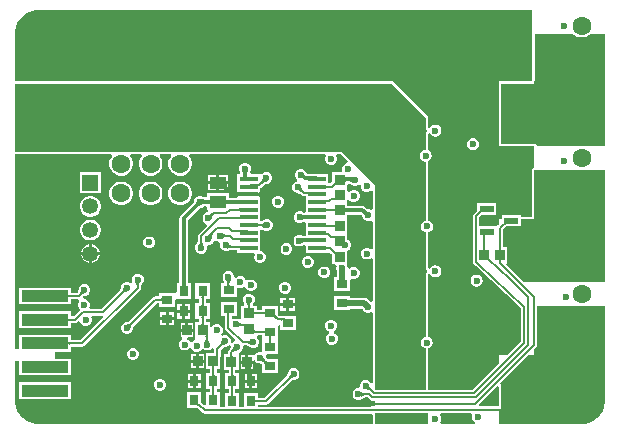
<source format=gbl>
G04*
G04 #@! TF.GenerationSoftware,Altium Limited,Altium Designer,25.8.1 (18)*
G04*
G04 Layer_Physical_Order=6*
G04 Layer_Color=16711680*
%FSLAX44Y44*%
%MOMM*%
G71*
G04*
G04 #@! TF.SameCoordinates,D7C4C725-C8A4-46AB-A62B-07054BF05DDA*
G04*
G04*
G04 #@! TF.FilePolarity,Positive*
G04*
G01*
G75*
%ADD11C,0.1500*%
%ADD15R,0.8300X0.9400*%
%ADD16R,0.9400X0.8300*%
%ADD17R,0.8000X0.9500*%
%ADD18R,0.9500X0.8000*%
%ADD21R,1.4700X1.0200*%
%ADD22R,4.0000X1.0000*%
%ADD47C,0.3000*%
%ADD48C,0.5000*%
%ADD49C,1.6000*%
%ADD50C,1.3500*%
%ADD51R,2.3000X2.3000*%
%ADD52R,1.3500X1.3500*%
%ADD53R,1.6000X1.6000*%
%ADD54R,4.0000X4.0000*%
%ADD55C,0.6000*%
%ADD56C,0.5000*%
%ADD57R,1.2500X0.6000*%
%ADD58R,1.5000X0.4500*%
G36*
X500000Y235000D02*
X441926D01*
Y235000D01*
X441771Y235780D01*
X441329Y236442D01*
X440667Y236884D01*
X439887Y237039D01*
X412039D01*
Y287961D01*
X438000D01*
X438197Y288000D01*
X440000D01*
Y289803D01*
X440039Y290000D01*
Y330000D01*
X472858D01*
X473860Y328998D01*
X476140Y327682D01*
X478684Y327000D01*
X481316D01*
X483860Y327682D01*
X486140Y328998D01*
X487142Y330000D01*
X500000D01*
Y235000D01*
D02*
G37*
G36*
X20000Y350000D02*
X438000Y350000D01*
Y290000D01*
X410000D01*
Y235000D01*
X439887D01*
Y217017D01*
X439220Y216884D01*
X438558Y216442D01*
X438116Y215780D01*
X437961Y215000D01*
Y175039D01*
X428750D01*
Y177000D01*
X412250D01*
Y173000D01*
X410000D01*
Y168715D01*
X409114Y167829D01*
X407750Y167500D01*
X407750Y167500D01*
X393304D01*
Y174589D01*
X395215Y176500D01*
X407750D01*
Y186500D01*
X391250D01*
Y180465D01*
X388517Y177733D01*
X387910Y176823D01*
X387696Y175750D01*
Y137161D01*
X387910Y136088D01*
X388517Y135178D01*
X390111Y133585D01*
X390112Y133584D01*
X390112Y133583D01*
X390130Y133566D01*
X390167Y133541D01*
X390194Y133504D01*
X428196Y97890D01*
Y69161D01*
X417035Y58000D01*
X410000D01*
Y50965D01*
X387589Y28554D01*
X350000D01*
Y63752D01*
X350836Y63918D01*
X352490Y65024D01*
X353595Y66677D01*
X353983Y68628D01*
X353595Y70579D01*
X352490Y72233D01*
X350836Y73338D01*
X350000Y73505D01*
Y126471D01*
X351500Y126775D01*
X352395Y125435D01*
X354049Y124330D01*
X356000Y123942D01*
X357951Y124330D01*
X359605Y125435D01*
X360710Y127089D01*
X361098Y129040D01*
X360710Y130991D01*
X359605Y132645D01*
X357951Y133750D01*
X356000Y134138D01*
X354049Y133750D01*
X352395Y132645D01*
X351500Y131305D01*
X350000Y131609D01*
Y162101D01*
X350951Y162290D01*
X352605Y163395D01*
X353710Y165049D01*
X354098Y167000D01*
X353710Y168951D01*
X352605Y170605D01*
X350951Y171710D01*
X350000Y171899D01*
Y222323D01*
X351605Y223395D01*
X352710Y225049D01*
X353098Y227000D01*
X352710Y228951D01*
X351605Y230605D01*
X350000Y231677D01*
Y245431D01*
X351500Y245735D01*
X352395Y244395D01*
X354049Y243290D01*
X356000Y242902D01*
X357951Y243290D01*
X359605Y244395D01*
X360710Y246049D01*
X361098Y248000D01*
X360710Y249951D01*
X359605Y251605D01*
X357951Y252710D01*
X356000Y253098D01*
X354049Y252710D01*
X352395Y251605D01*
X351500Y250265D01*
X350000Y250569D01*
Y260000D01*
X320000Y290000D01*
X0D01*
Y330000D01*
X-0Y331970D01*
X768Y335834D01*
X2276Y339474D01*
X4465Y342749D01*
X7251Y345535D01*
X10526Y347724D01*
X14166Y349231D01*
X18030Y350000D01*
X20000Y350000D01*
D02*
G37*
G36*
X281971Y222145D02*
X281360Y220645D01*
X279523Y219884D01*
X278116Y218477D01*
X277355Y216639D01*
Y214650D01*
X277521Y214250D01*
X276519Y212750D01*
X268300D01*
Y204728D01*
X268294Y204704D01*
X268288Y204592D01*
X268286Y204577D01*
X268279Y204551D01*
X268265Y204510D01*
X268239Y204452D01*
X268198Y204377D01*
X268138Y204286D01*
X268058Y204178D01*
X268029Y204144D01*
X267439Y203554D01*
X265500D01*
Y211500D01*
X255595D01*
X255250Y211569D01*
X247152D01*
X246440Y213289D01*
X245033Y214696D01*
X243195Y215457D01*
X241206D01*
X239369Y214696D01*
X237962Y213289D01*
X237201Y211452D01*
Y209463D01*
X237962Y207625D01*
X239047Y206540D01*
X239029Y205889D01*
X238865Y205225D01*
X238710Y204917D01*
X237168Y204279D01*
X235761Y202872D01*
X235000Y201035D01*
Y199045D01*
X235761Y197208D01*
X237168Y195801D01*
X239005Y195040D01*
X239361D01*
X239744Y194979D01*
X240131Y194899D01*
X240486Y194804D01*
X240810Y194699D01*
X241104Y194582D01*
X241369Y194456D01*
X241605Y194323D01*
X241817Y194182D01*
X241983Y194052D01*
X242807Y193227D01*
X243717Y192620D01*
X244790Y192406D01*
X246500D01*
Y179660D01*
X246170Y179110D01*
X246037Y178979D01*
X245154Y178428D01*
X245000Y178426D01*
X244874Y178458D01*
X244687Y178520D01*
X244547Y178579D01*
X244452Y178629D01*
X244420Y178651D01*
X244187Y178884D01*
X242350Y179645D01*
X240360D01*
X238523Y178884D01*
X237116Y177477D01*
X236355Y175640D01*
Y173650D01*
X237116Y171813D01*
X238523Y170406D01*
X240360Y169645D01*
X242350D01*
X244187Y170406D01*
X244440Y170659D01*
X244541Y170729D01*
X244648Y170790D01*
X244795Y170856D01*
X244983Y170923D01*
X245000Y170927D01*
X245489Y170788D01*
X246120Y170332D01*
X246227Y170212D01*
X246500Y169677D01*
Y159838D01*
X245724Y159131D01*
X245000Y158787D01*
X244955Y158792D01*
X244696Y158840D01*
X244462Y158898D01*
X244277Y158957D01*
X244140Y159013D01*
X244053Y159058D01*
X243832Y159279D01*
X241995Y160040D01*
X240005D01*
X238168Y159279D01*
X236761Y157872D01*
X236000Y156034D01*
Y154045D01*
X236761Y152208D01*
X238168Y150801D01*
X240005Y150040D01*
X241995D01*
X243832Y150801D01*
X244093Y151062D01*
X244229Y151159D01*
X244342Y151224D01*
X244492Y151294D01*
X244682Y151363D01*
X244911Y151429D01*
X245000Y151448D01*
X245442Y151316D01*
X245959Y150937D01*
X246500Y150279D01*
Y144500D01*
X265500D01*
Y144500D01*
X267000Y144885D01*
X268029Y143856D01*
X268058Y143822D01*
X268138Y143714D01*
X268198Y143623D01*
X268239Y143548D01*
X268265Y143490D01*
X268279Y143449D01*
X268286Y143423D01*
X268288Y143408D01*
X268294Y143296D01*
X268300Y143272D01*
Y135250D01*
X271509D01*
X272433Y133750D01*
X272000Y132704D01*
Y130715D01*
X272412Y129721D01*
Y124000D01*
X270250D01*
Y112000D01*
X283750D01*
Y121899D01*
X285250Y122901D01*
X285892Y122635D01*
X287882D01*
X289719Y123397D01*
X291126Y124803D01*
X291887Y126641D01*
Y128630D01*
X291126Y130468D01*
X289719Y131874D01*
X287882Y132635D01*
X285892D01*
X284055Y131874D01*
X283500Y131320D01*
X282000Y131941D01*
Y132704D01*
X281567Y133750D01*
X281700Y135250D01*
X281700Y135250D01*
X281700Y135250D01*
Y146384D01*
X282811Y146844D01*
X284217Y148251D01*
X284979Y150088D01*
Y152078D01*
X284217Y153915D01*
X282811Y155322D01*
X281700Y155782D01*
Y159750D01*
X281700Y160750D01*
X281700D01*
Y161250D01*
X281700D01*
Y173550D01*
X281700D01*
Y174450D01*
X281700D01*
Y177031D01*
X292917D01*
X293622Y176326D01*
X293883Y176050D01*
X294089Y175809D01*
X294450Y175339D01*
X294528Y175220D01*
X295244Y173491D01*
X296651Y172085D01*
X298489Y171323D01*
X300478D01*
X301461Y171730D01*
X302961Y170770D01*
Y148232D01*
X301461Y147610D01*
X300832Y148239D01*
X298995Y149000D01*
X297005D01*
X295168Y148239D01*
X293761Y146832D01*
X293000Y144995D01*
Y143005D01*
X293761Y141168D01*
X295168Y139761D01*
X297005Y139000D01*
X298995D01*
X300832Y139761D01*
X301461Y140390D01*
X302961Y139768D01*
Y104070D01*
X301461Y103393D01*
X300376Y103842D01*
X298974Y105244D01*
X297485Y106239D01*
X295729Y106588D01*
X283750D01*
Y108000D01*
X270250D01*
Y96000D01*
X283750D01*
Y97412D01*
X293829D01*
X294541Y96700D01*
X294761Y96168D01*
X296168Y94761D01*
X298005Y94000D01*
X299995D01*
X301461Y94607D01*
X302961Y93930D01*
Y34595D01*
X301461Y34296D01*
X301239Y34832D01*
X299832Y36239D01*
X297995Y37000D01*
X296005D01*
X294168Y36239D01*
X292761Y34832D01*
X292000Y32995D01*
Y31346D01*
X291999Y31004D01*
X290809Y29960D01*
X290005D01*
X288168Y29199D01*
X286761Y27792D01*
X286000Y25955D01*
Y23965D01*
X286761Y22128D01*
X288168Y20721D01*
X290005Y19960D01*
X291995D01*
X293832Y20721D01*
X294087Y20976D01*
X294418Y21219D01*
X294749Y21438D01*
X295068Y21625D01*
X295372Y21781D01*
X295661Y21908D01*
X295936Y22007D01*
X296196Y22081D01*
X296443Y22131D01*
X296649Y22156D01*
X298923D01*
X300811Y20268D01*
X301721Y19660D01*
X302794Y19446D01*
X305000D01*
Y14554D01*
X301842D01*
X300769Y14340D01*
X300400Y14094D01*
X206000D01*
Y16196D01*
X213000D01*
X214073Y16410D01*
X214983Y17017D01*
X233988Y36023D01*
X234152Y36151D01*
X234362Y36290D01*
X234598Y36422D01*
X234862Y36546D01*
X235156Y36661D01*
X235455Y36757D01*
X236255Y36942D01*
X236635Y37000D01*
X236995D01*
X238832Y37761D01*
X240239Y39168D01*
X241000Y41005D01*
Y42995D01*
X240239Y44832D01*
X238832Y46239D01*
X236995Y47000D01*
X235005D01*
X233168Y46239D01*
X231761Y44832D01*
X231000Y42995D01*
Y42635D01*
X230938Y42229D01*
X230858Y41839D01*
X230766Y41482D01*
X230661Y41156D01*
X230546Y40862D01*
X230422Y40598D01*
X230290Y40362D01*
X230151Y40152D01*
X230023Y39988D01*
X211839Y21804D01*
X206000D01*
Y25750D01*
X194000D01*
Y14094D01*
X190000D01*
Y25750D01*
X186804D01*
Y29250D01*
X190000D01*
Y42750D01*
X186804D01*
Y45300D01*
X189550D01*
Y58700D01*
X189550D01*
X189477Y60200D01*
X190832Y60761D01*
X192239Y62168D01*
X193000Y64005D01*
Y64762D01*
X193091Y66008D01*
X194386Y66196D01*
X196351D01*
X196557Y66171D01*
X196804Y66121D01*
X197064Y66047D01*
X197339Y65948D01*
X197628Y65821D01*
X197908Y65678D01*
X198604Y65243D01*
X198913Y65016D01*
X199168Y64761D01*
X201005Y64000D01*
X202995D01*
X204832Y64761D01*
X206239Y66168D01*
X207000Y68005D01*
Y69995D01*
X206239Y71832D01*
X205139Y72932D01*
X204885Y73696D01*
X205630Y75044D01*
X205808Y75196D01*
X209250D01*
Y72000D01*
X209250D01*
Y71000D01*
X209250D01*
Y61171D01*
X208995Y61000D01*
X207006D01*
X205168Y60239D01*
X203761Y58832D01*
X203462Y58110D01*
X202020Y57970D01*
X201780Y57970D01*
X197870D01*
Y53270D01*
X202020D01*
Y53452D01*
X203520Y53750D01*
X203761Y53168D01*
X205168Y51761D01*
X207006Y51000D01*
X207425D01*
X207452Y50991D01*
X207939Y50931D01*
X208346Y50861D01*
X208716Y50777D01*
X209049Y50681D01*
X209250Y50609D01*
Y43000D01*
X222750D01*
Y55000D01*
X213528D01*
X213511Y55004D01*
X213474Y55077D01*
X213351Y55367D01*
X213247Y55658D01*
X213045Y56425D01*
X213000Y56669D01*
Y56995D01*
X212791Y57500D01*
X213793Y59000D01*
X222750D01*
Y71000D01*
X222750D01*
Y72000D01*
X222750D01*
Y82498D01*
X224250Y83932D01*
Y79000D01*
X237750D01*
Y91000D01*
X228021D01*
X227750Y91054D01*
X223661D01*
X223022Y91694D01*
X222992Y91728D01*
X222912Y91836D01*
X222852Y91927D01*
X222811Y92002D01*
X222785Y92060D01*
X222771Y92101D01*
X222764Y92127D01*
X222762Y92142D01*
X222756Y92254D01*
X222750Y92278D01*
Y100000D01*
X209250D01*
Y96404D01*
X204700D01*
Y99750D01*
X202434D01*
X202428Y99753D01*
X202081Y99996D01*
X201928Y100180D01*
X201536Y101250D01*
X201757Y101603D01*
X201984Y101913D01*
X202239Y102168D01*
X203000Y104005D01*
Y105995D01*
X202239Y107832D01*
X200832Y109239D01*
X198995Y110000D01*
X197005D01*
X195168Y109239D01*
X193761Y107832D01*
X193000Y105995D01*
Y104005D01*
X193761Y102168D01*
X194016Y101913D01*
X194259Y101582D01*
X194478Y101251D01*
X194478Y101250D01*
X194111Y100243D01*
X193903Y99985D01*
X193572Y99753D01*
X193566Y99750D01*
X191300D01*
Y88936D01*
X190962Y88631D01*
X189832Y88239D01*
X187995Y89000D01*
X186005D01*
X185014Y88589D01*
X183514Y89545D01*
Y91000D01*
X187750D01*
Y103000D01*
X174250D01*
Y91000D01*
X177906D01*
Y81395D01*
X178120Y80322D01*
X178727Y79412D01*
X186754Y71386D01*
X186307Y69711D01*
X185168Y69239D01*
X184255Y68326D01*
X183140Y68932D01*
X182930Y69122D01*
Y71036D01*
X182169Y72874D01*
X180762Y74280D01*
X178925Y75041D01*
X176935D01*
X175737Y74545D01*
X174888Y75817D01*
X175239Y76168D01*
X176000Y78005D01*
Y79995D01*
X175239Y81832D01*
X173832Y83239D01*
X171995Y84000D01*
X170005D01*
X168168Y83239D01*
X166761Y81832D01*
X166650Y81564D01*
X165150Y81862D01*
Y85700D01*
X161804D01*
Y88250D01*
X165000D01*
Y101750D01*
X161804D01*
Y105250D01*
X165000D01*
Y118750D01*
X153000D01*
Y105250D01*
X156196D01*
Y101750D01*
X153000D01*
Y88250D01*
X156196D01*
Y85700D01*
X152850D01*
Y72300D01*
X152850Y72300D01*
X152686Y70868D01*
X151168Y70239D01*
X150126Y69197D01*
X148736Y69287D01*
X148404Y69434D01*
X148239Y69832D01*
X146832Y71239D01*
X146129Y71530D01*
X146427Y73030D01*
X151220D01*
Y77730D01*
X145800D01*
X140380D01*
Y73030D01*
X141573D01*
X141871Y71530D01*
X141168Y71239D01*
X139761Y69832D01*
X139000Y67995D01*
Y66005D01*
X139761Y64168D01*
X141168Y62761D01*
X143005Y62000D01*
X144995D01*
X146832Y62761D01*
X147874Y63803D01*
X149264Y63713D01*
X149596Y63566D01*
X149761Y63168D01*
X151168Y61761D01*
X153006Y61000D01*
X154995D01*
X156832Y61761D01*
X158239Y63168D01*
X159833Y63096D01*
X160168Y62761D01*
X162005Y62000D01*
X163995D01*
X165832Y62761D01*
X167187Y64116D01*
X167302Y64116D01*
X168596Y63511D01*
Y59700D01*
X161850D01*
Y46300D01*
X165196D01*
Y42750D01*
X162000D01*
Y29250D01*
X165196D01*
Y26750D01*
X162000D01*
Y16087D01*
X160500Y15465D01*
X158000Y17965D01*
Y26750D01*
X146000D01*
Y13250D01*
X154785D01*
X158727Y9307D01*
X159637Y8700D01*
X160710Y8486D01*
X301382D01*
X301461Y8502D01*
X302961Y7371D01*
Y0D01*
X18030D01*
X14166Y769D01*
X10526Y2276D01*
X7251Y4465D01*
X4465Y7251D01*
X2276Y10526D01*
X769Y14166D01*
X0Y18030D01*
Y20000D01*
Y52961D01*
X4000D01*
Y41000D01*
X48000D01*
Y55000D01*
X34039D01*
Y61000D01*
X34039Y61000D01*
X48000D01*
Y65196D01*
X56895D01*
X57968Y65410D01*
X58878Y66017D01*
X105983Y113122D01*
X106590Y114032D01*
X106804Y115105D01*
Y116351D01*
X106829Y116557D01*
X106880Y116804D01*
X106953Y117064D01*
X107052Y117339D01*
X107179Y117628D01*
X107322Y117908D01*
X107757Y118603D01*
X107984Y118913D01*
X108239Y119168D01*
X109000Y121005D01*
Y122995D01*
X108239Y124832D01*
X106832Y126239D01*
X104995Y127000D01*
X103005D01*
X101168Y126239D01*
X99761Y124832D01*
X99000Y122995D01*
Y121005D01*
X99575Y119618D01*
X98303Y118768D01*
X97832Y119239D01*
X95995Y120000D01*
X94005D01*
X92168Y119239D01*
X90761Y117832D01*
X90000Y115995D01*
Y115635D01*
X89938Y115229D01*
X89858Y114839D01*
X89766Y114482D01*
X89661Y114156D01*
X89546Y113862D01*
X89422Y113598D01*
X89290Y113362D01*
X89151Y113152D01*
X89023Y112988D01*
X73141Y97107D01*
X63952D01*
X62997Y98607D01*
X63407Y99598D01*
Y101587D01*
X62646Y103425D01*
X61240Y104831D01*
X59402Y105593D01*
X58742D01*
X58501Y105760D01*
X57710Y107093D01*
X57821Y107450D01*
X58181Y107669D01*
X58456Y107757D01*
X59255Y107942D01*
X59635Y108000D01*
X59995D01*
X61832Y108761D01*
X63239Y110168D01*
X64000Y112005D01*
Y113995D01*
X63239Y115832D01*
X61832Y117239D01*
X59995Y118000D01*
X58005D01*
X56168Y117239D01*
X54761Y115832D01*
X54000Y113995D01*
Y113635D01*
X53938Y113229D01*
X53858Y112839D01*
X53766Y112482D01*
X53661Y112156D01*
X53546Y111862D01*
X53422Y111598D01*
X53290Y111362D01*
X53151Y111152D01*
X53023Y110988D01*
X52839Y110804D01*
X48000D01*
Y115000D01*
X4000D01*
Y101000D01*
X48000D01*
Y105196D01*
X53818D01*
X54153Y104769D01*
X54512Y103769D01*
X54169Y103425D01*
X53407Y101587D01*
Y99598D01*
X54169Y97760D01*
X55444Y96485D01*
X55425Y96285D01*
X49943Y90804D01*
X48000D01*
Y95000D01*
X4000D01*
Y81000D01*
X48000D01*
Y85196D01*
X51105D01*
X52178Y85410D01*
X53087Y86017D01*
X53614Y86544D01*
X55350Y86159D01*
X55761Y85168D01*
X57168Y83761D01*
X59005Y83000D01*
X60995D01*
X62832Y83761D01*
X64239Y85168D01*
X65000Y87005D01*
Y88995D01*
X64584Y89999D01*
X65532Y91499D01*
X74303D01*
X74309Y91500D01*
X75048Y90118D01*
X55734Y70804D01*
X48000D01*
Y75000D01*
X4000D01*
Y63039D01*
X0D01*
Y227961D01*
X81859D01*
X82433Y226575D01*
X81998Y226140D01*
X80681Y223860D01*
X80000Y221317D01*
Y218683D01*
X80681Y216140D01*
X81998Y213860D01*
X83860Y211998D01*
X86140Y210681D01*
X88684Y210000D01*
X91316D01*
X93860Y210681D01*
X96140Y211998D01*
X98002Y213860D01*
X99319Y216140D01*
X100000Y218683D01*
Y221317D01*
X99319Y223860D01*
X98002Y226140D01*
X97567Y226575D01*
X98141Y227961D01*
X106859D01*
X107433Y226575D01*
X106998Y226140D01*
X105681Y223860D01*
X105000Y221317D01*
Y218683D01*
X105681Y216140D01*
X106998Y213860D01*
X108860Y211998D01*
X111140Y210681D01*
X113684Y210000D01*
X116316D01*
X118860Y210681D01*
X121140Y211998D01*
X123002Y213860D01*
X124319Y216140D01*
X125000Y218683D01*
Y221317D01*
X124319Y223860D01*
X123002Y226140D01*
X122567Y226575D01*
X123141Y227961D01*
X131859D01*
X132433Y226575D01*
X131998Y226140D01*
X130681Y223860D01*
X130000Y221317D01*
Y218683D01*
X130681Y216140D01*
X131998Y213860D01*
X133860Y211998D01*
X136140Y210681D01*
X138684Y210000D01*
X141316D01*
X143860Y210681D01*
X146140Y211998D01*
X148002Y213860D01*
X149319Y216140D01*
X150000Y218683D01*
Y221317D01*
X149319Y223860D01*
X148002Y226140D01*
X147567Y226575D01*
X148141Y227961D01*
X262930D01*
X263607Y226461D01*
X263000Y224995D01*
Y223005D01*
X263761Y221168D01*
X265168Y219761D01*
X267005Y219000D01*
X268995D01*
X270832Y219761D01*
X272239Y221168D01*
X273000Y223005D01*
Y224995D01*
X272393Y226461D01*
X273070Y227961D01*
X276155D01*
X281971Y222145D01*
D02*
G37*
G36*
X279699Y209715D02*
X279790Y209460D01*
X279939Y209235D01*
X280149Y209040D01*
X280420Y208875D01*
X280749Y208740D01*
X281140Y208635D01*
X281590Y208560D01*
X282099Y208515D01*
X282385Y208507D01*
X286604Y208655D01*
X285798Y203962D01*
X285505Y204254D01*
X285193Y204516D01*
X284862Y204746D01*
X284514Y204946D01*
X284148Y205116D01*
X283763Y205254D01*
X283360Y205362D01*
X282939Y205438D01*
X282500Y205485D01*
X282318Y205491D01*
X282099Y205485D01*
X281590Y205440D01*
X281140Y205365D01*
X280749Y205260D01*
X280420Y205125D01*
X280149Y204960D01*
X279939Y204765D01*
X279790Y204540D01*
X279699Y204285D01*
X279669Y204000D01*
Y210000D01*
X279699Y209715D01*
D02*
G37*
G36*
X272452Y202481D02*
X272240Y202470D01*
X272027Y202438D01*
X271815Y202385D01*
X271603Y202311D01*
X271391Y202215D01*
X271179Y202099D01*
X270967Y201961D01*
X270755Y201802D01*
X270543Y201621D01*
X270331Y201420D01*
X269270Y202481D01*
X269471Y202693D01*
X269652Y202905D01*
X269811Y203117D01*
X269949Y203329D01*
X270065Y203541D01*
X270161Y203753D01*
X270235Y203965D01*
X270288Y204177D01*
X270320Y204390D01*
X270331Y204602D01*
X272452Y202481D01*
D02*
G37*
G36*
X263484Y202108D02*
X263529Y201980D01*
X263605Y201868D01*
X263710Y201770D01*
X263845Y201688D01*
X264009Y201620D01*
X264205Y201567D01*
X264429Y201530D01*
X264685Y201507D01*
X264970Y201500D01*
Y200000D01*
X264685Y199993D01*
X264429Y199970D01*
X264205Y199932D01*
X264009Y199880D01*
X263845Y199813D01*
X263710Y199730D01*
X263605Y199632D01*
X263529Y199520D01*
X263484Y199393D01*
X263470Y199250D01*
Y202250D01*
X263484Y202108D01*
D02*
G37*
G36*
X243054Y199893D02*
X243271Y198931D01*
X243411Y198488D01*
X243572Y198071D01*
X243754Y197679D01*
X243957Y197314D01*
X244180Y196973D01*
X244425Y196659D01*
X244691Y196370D01*
X243620Y195320D01*
X243329Y195588D01*
X243013Y195835D01*
X242673Y196062D01*
X242308Y196268D01*
X241918Y196453D01*
X241504Y196617D01*
X241065Y196761D01*
X240601Y196884D01*
X240112Y196986D01*
X239599Y197067D01*
X242977Y200413D01*
X243054Y199893D01*
D02*
G37*
G36*
X270331Y189280D02*
X268831Y189250D01*
Y190750D01*
X269116Y190758D01*
X269370Y190780D01*
X269596Y190818D01*
X269790Y190870D01*
X269956Y190938D01*
X270091Y191020D01*
X270196Y191117D01*
X270271Y191230D01*
X270315Y191357D01*
X270331Y191500D01*
Y189280D01*
D02*
G37*
G36*
X283374Y203227D02*
X283578Y203133D01*
X283769Y203023D01*
X283951Y202896D01*
X284128Y202747D01*
X284360Y202516D01*
X284516Y202413D01*
X285168Y201761D01*
X287005Y201000D01*
X288995D01*
X290832Y201761D01*
X291614Y202543D01*
X292511Y202188D01*
X293000Y201808D01*
Y200005D01*
X293761Y198168D01*
X295168Y196761D01*
X297005Y196000D01*
X298995D01*
X300832Y196761D01*
X301461Y197390D01*
X302961Y196768D01*
Y181877D01*
X301461Y180916D01*
X300478Y181323D01*
X299855D01*
X299745Y181354D01*
X299467Y181376D01*
X299280Y181408D01*
X299088Y181459D01*
X298887Y181531D01*
X298674Y181627D01*
X298451Y181750D01*
X298214Y181903D01*
X297967Y182087D01*
X297883Y182158D01*
X296918Y183123D01*
X295760Y183897D01*
X294395Y184169D01*
X281700D01*
Y186750D01*
X281700Y186750D01*
Y187250D01*
X281700D01*
X281700Y189108D01*
X283200Y189729D01*
X284168Y188761D01*
X286005Y188000D01*
X287995D01*
X289832Y188761D01*
X291239Y190168D01*
X292000Y192005D01*
Y193995D01*
X291239Y195832D01*
X289832Y197239D01*
X287995Y198000D01*
X286005D01*
X284168Y197239D01*
X283200Y196271D01*
X281700Y196892D01*
Y199550D01*
X281700Y199550D01*
Y200450D01*
X281700D01*
X281700Y201050D01*
Y202303D01*
X281918Y202559D01*
X282279Y202854D01*
X283153Y203306D01*
X283374Y203227D01*
D02*
G37*
G36*
X273940Y179539D02*
X273852Y179598D01*
X273711Y179651D01*
X273518Y179697D01*
X273272Y179738D01*
X272624Y179800D01*
X271260Y179847D01*
X270701Y179850D01*
Y181350D01*
X271260Y181353D01*
X273518Y181502D01*
X273711Y181549D01*
X273852Y181602D01*
X273940Y181661D01*
Y179539D01*
D02*
G37*
G36*
X270331Y179100D02*
X270315Y179242D01*
X270271Y179370D01*
X270196Y179482D01*
X270091Y179580D01*
X269956Y179662D01*
X269790Y179730D01*
X269596Y179783D01*
X269370Y179820D01*
X269116Y179842D01*
X268831Y179850D01*
Y181350D01*
X269116Y181357D01*
X269370Y181380D01*
X269596Y181418D01*
X269790Y181470D01*
X269956Y181537D01*
X270091Y181620D01*
X270196Y181717D01*
X270271Y181830D01*
X270315Y181957D01*
X270331Y182100D01*
Y179100D01*
D02*
G37*
G36*
X296347Y180787D02*
X296697Y180491D01*
X297049Y180228D01*
X297404Y179998D01*
X297762Y179802D01*
X298121Y179639D01*
X298484Y179509D01*
X298848Y179413D01*
X299215Y179351D01*
X299584Y179322D01*
X296560Y175650D01*
X296502Y175834D01*
X296408Y176040D01*
X296278Y176270D01*
X296113Y176522D01*
X295673Y177094D01*
X295400Y177414D01*
X294363Y178511D01*
X295999Y181117D01*
X296347Y180787D01*
D02*
G37*
G36*
X243402Y176878D02*
X243670Y176735D01*
X243969Y176609D01*
X244299Y176500D01*
X244660Y176408D01*
X245051Y176332D01*
X245473Y176273D01*
X246408Y176206D01*
X246922Y176197D01*
X246983Y173197D01*
X246475Y173188D01*
X245546Y173115D01*
X245125Y173051D01*
X244733Y172969D01*
X244370Y172869D01*
X244035Y172750D01*
X243730Y172613D01*
X243453Y172457D01*
X243206Y172284D01*
X243164Y177038D01*
X243402Y176878D01*
D02*
G37*
G36*
X270331Y165900D02*
X270315Y166042D01*
X270271Y166170D01*
X270196Y166283D01*
X270091Y166380D01*
X269956Y166462D01*
X269790Y166530D01*
X269596Y166583D01*
X269370Y166620D01*
X269116Y166642D01*
X268831Y166650D01*
Y168150D01*
X269116Y168158D01*
X269370Y168180D01*
X269596Y168218D01*
X269790Y168270D01*
X269956Y168337D01*
X270091Y168420D01*
X270196Y168517D01*
X270271Y168630D01*
X270315Y168757D01*
X270331Y168900D01*
Y165900D01*
D02*
G37*
G36*
Y158720D02*
Y156500D01*
X270315Y156643D01*
X270271Y156770D01*
X270196Y156882D01*
X270091Y156980D01*
X269956Y157063D01*
X269790Y157130D01*
X269596Y157183D01*
X269370Y157220D01*
X269116Y157242D01*
X268831Y157250D01*
Y158750D01*
X270331Y158720D01*
D02*
G37*
G36*
X272888Y157777D02*
X274590Y156286D01*
X274760Y156183D01*
X274897Y156121D01*
X275001Y156100D01*
X273500Y154599D01*
X273479Y154703D01*
X273417Y154840D01*
X273314Y155010D01*
X273169Y155212D01*
X272755Y155714D01*
X271823Y156712D01*
X271430Y157109D01*
X272491Y158170D01*
X272888Y157777D01*
D02*
G37*
G36*
X243020Y157296D02*
X243284Y157160D01*
X243580Y157039D01*
X243907Y156934D01*
X244266Y156846D01*
X244657Y156774D01*
X245532Y156677D01*
X246018Y156653D01*
X246535Y156645D01*
X246656Y153645D01*
X246151Y153636D01*
X245226Y153560D01*
X244805Y153493D01*
X244413Y153407D01*
X244048Y153303D01*
X243712Y153180D01*
X243404Y153037D01*
X243123Y152876D01*
X242871Y152695D01*
X242788Y157449D01*
X243020Y157296D01*
D02*
G37*
G36*
X276945Y155343D02*
X277275Y155060D01*
X277602Y154813D01*
X277925Y154601D01*
X278245Y154425D01*
X278561Y154284D01*
X278873Y154179D01*
X279181Y154110D01*
X279487Y154075D01*
X279788Y154077D01*
X277072Y150339D01*
X277012Y150517D01*
X276916Y150718D01*
X276784Y150942D01*
X276616Y151190D01*
X276173Y151757D01*
X275587Y152417D01*
X274858Y153171D01*
X276611Y155661D01*
X276945Y155343D01*
D02*
G37*
G36*
X263484Y150107D02*
X263529Y149980D01*
X263605Y149867D01*
X263710Y149770D01*
X263845Y149688D01*
X264009Y149620D01*
X264205Y149567D01*
X264429Y149530D01*
X264685Y149508D01*
X264970Y149500D01*
Y148000D01*
X264685Y147992D01*
X264429Y147970D01*
X264205Y147933D01*
X264009Y147880D01*
X263845Y147812D01*
X263710Y147730D01*
X263605Y147633D01*
X263529Y147520D01*
X263484Y147393D01*
X263470Y147250D01*
Y150250D01*
X263484Y150107D01*
D02*
G37*
G36*
X270543Y146379D02*
X270755Y146198D01*
X270967Y146039D01*
X271179Y145901D01*
X271391Y145785D01*
X271603Y145689D01*
X271815Y145615D01*
X272027Y145562D01*
X272240Y145530D01*
X272452Y145520D01*
X270331Y143398D01*
X270320Y143610D01*
X270288Y143822D01*
X270235Y144035D01*
X270161Y144247D01*
X270065Y144459D01*
X269949Y144671D01*
X269811Y144883D01*
X269652Y145095D01*
X269471Y145307D01*
X269270Y145520D01*
X270331Y146580D01*
X270543Y146379D01*
D02*
G37*
G36*
X500000Y120000D02*
X430955D01*
X416041Y134914D01*
X416615Y136300D01*
X416750D01*
Y149700D01*
X413404D01*
Y164189D01*
X416215Y167000D01*
X428750D01*
Y173000D01*
X440000D01*
Y215000D01*
X500000D01*
Y120000D01*
D02*
G37*
G36*
X106068Y119749D02*
X105547Y118916D01*
X105336Y118503D01*
X105157Y118095D01*
X105010Y117689D01*
X104896Y117286D01*
X104815Y116886D01*
X104766Y116489D01*
X104750Y116095D01*
X103250D01*
X103234Y116489D01*
X103185Y116886D01*
X103104Y117286D01*
X102990Y117689D01*
X102843Y118095D01*
X102664Y118503D01*
X102453Y118916D01*
X102209Y119331D01*
X101932Y119749D01*
X101623Y120170D01*
X106377D01*
X106068Y119749D01*
D02*
G37*
G36*
X95387Y112025D02*
X94871Y111946D01*
X93913Y111725D01*
X93472Y111583D01*
X93056Y111420D01*
X92666Y111237D01*
X92300Y111032D01*
X91960Y110807D01*
X91645Y110561D01*
X91355Y110294D01*
X90294Y111355D01*
X90561Y111645D01*
X90807Y111960D01*
X91032Y112300D01*
X91237Y112666D01*
X91420Y113056D01*
X91583Y113472D01*
X91725Y113913D01*
X91846Y114379D01*
X91946Y114871D01*
X92025Y115387D01*
X95387Y112025D01*
D02*
G37*
G36*
X59387Y110025D02*
X58871Y109946D01*
X57913Y109725D01*
X57472Y109583D01*
X57056Y109420D01*
X56666Y109237D01*
X56300Y109032D01*
X55960Y108807D01*
X55645Y108561D01*
X55355Y108294D01*
X54294Y109355D01*
X54561Y109645D01*
X54807Y109960D01*
X55033Y110300D01*
X55237Y110666D01*
X55420Y111056D01*
X55583Y111472D01*
X55725Y111913D01*
X55846Y112379D01*
X55946Y112871D01*
X56025Y113387D01*
X59387Y110025D01*
D02*
G37*
G36*
X45985Y109358D02*
X46030Y109230D01*
X46104Y109117D01*
X46210Y109020D01*
X46344Y108938D01*
X46509Y108870D01*
X46705Y108818D01*
X46929Y108780D01*
X47185Y108757D01*
X47470Y108750D01*
Y107250D01*
X47185Y107242D01*
X46929Y107220D01*
X46705Y107183D01*
X46509Y107130D01*
X46344Y107063D01*
X46210Y106980D01*
X46104Y106882D01*
X46030Y106770D01*
X45985Y106643D01*
X45970Y106500D01*
Y109500D01*
X45985Y109358D01*
D02*
G37*
G36*
X160357Y107266D02*
X160230Y107220D01*
X160117Y107146D01*
X160020Y107041D01*
X159937Y106905D01*
X159870Y106741D01*
X159817Y106545D01*
X159780Y106320D01*
X159757Y106066D01*
X159750Y105780D01*
X158250D01*
X158243Y106066D01*
X158220Y106320D01*
X158182Y106545D01*
X158130Y106741D01*
X158062Y106905D01*
X157980Y107041D01*
X157882Y107146D01*
X157770Y107220D01*
X157642Y107266D01*
X157500Y107281D01*
X160500D01*
X160357Y107266D01*
D02*
G37*
G36*
X159757Y100935D02*
X159780Y100680D01*
X159817Y100455D01*
X159870Y100260D01*
X159937Y100095D01*
X160020Y99960D01*
X160117Y99855D01*
X160230Y99780D01*
X160357Y99735D01*
X160500Y99720D01*
X157500D01*
X157642Y99735D01*
X157770Y99780D01*
X157882Y99855D01*
X157980Y99960D01*
X158062Y100095D01*
X158130Y100260D01*
X158182Y100455D01*
X158220Y100680D01*
X158243Y100935D01*
X158250Y101220D01*
X159750D01*
X159757Y100935D01*
D02*
G37*
G36*
X200068Y102749D02*
X199547Y101916D01*
X199336Y101503D01*
X199157Y101094D01*
X199010Y100688D01*
X198897Y100286D01*
X198815Y99886D01*
X198766Y99489D01*
X198752Y99144D01*
X198757Y98935D01*
X198780Y98680D01*
X198818Y98455D01*
X198870Y98260D01*
X198937Y98095D01*
X199020Y97960D01*
X199118Y97855D01*
X199230Y97780D01*
X199357Y97735D01*
X199500Y97720D01*
X196500D01*
X196642Y97735D01*
X196770Y97780D01*
X196882Y97855D01*
X196980Y97960D01*
X197062Y98095D01*
X197130Y98260D01*
X197183Y98455D01*
X197220Y98680D01*
X197243Y98935D01*
X197248Y99144D01*
X197234Y99489D01*
X197185Y99886D01*
X197104Y100286D01*
X196990Y100688D01*
X196843Y101094D01*
X196664Y101503D01*
X196453Y101916D01*
X196209Y102331D01*
X195932Y102749D01*
X195623Y103170D01*
X200377D01*
X200068Y102749D01*
D02*
G37*
G36*
X211280Y92100D02*
X211266Y92242D01*
X211220Y92370D01*
X211145Y92483D01*
X211040Y92580D01*
X210905Y92663D01*
X210741Y92730D01*
X210546Y92782D01*
X210320Y92820D01*
X210065Y92843D01*
X209781Y92850D01*
Y94350D01*
X210065Y94358D01*
X210320Y94380D01*
X210546Y94417D01*
X210741Y94470D01*
X210905Y94537D01*
X211040Y94620D01*
X211145Y94718D01*
X211220Y94830D01*
X211266Y94958D01*
X211280Y95100D01*
Y92100D01*
D02*
G37*
G36*
X202685Y94958D02*
X202729Y94830D01*
X202805Y94718D01*
X202910Y94620D01*
X203045Y94537D01*
X203210Y94470D01*
X203405Y94417D01*
X203629Y94380D01*
X203885Y94358D01*
X204170Y94350D01*
Y92850D01*
X203885Y92843D01*
X203629Y92820D01*
X203405Y92782D01*
X203210Y92730D01*
X203045Y92663D01*
X202910Y92580D01*
X202805Y92483D01*
X202729Y92370D01*
X202685Y92242D01*
X202670Y92100D01*
Y95100D01*
X202685Y94958D01*
D02*
G37*
G36*
X182068Y93015D02*
X181940Y92971D01*
X181828Y92895D01*
X181730Y92790D01*
X181647Y92655D01*
X181580Y92491D01*
X181528Y92296D01*
X181490Y92071D01*
X181467Y91816D01*
X181460Y91531D01*
X179960D01*
X179953Y91816D01*
X179930Y92071D01*
X179893Y92296D01*
X179840Y92491D01*
X179772Y92655D01*
X179690Y92790D01*
X179592Y92895D01*
X179480Y92971D01*
X179352Y93015D01*
X179210Y93031D01*
X182210D01*
X182068Y93015D01*
D02*
G37*
G36*
X220730Y91940D02*
X220762Y91728D01*
X220815Y91515D01*
X220889Y91303D01*
X220985Y91091D01*
X221101Y90879D01*
X221239Y90667D01*
X221398Y90455D01*
X221579Y90243D01*
X221780Y90030D01*
X220720Y88970D01*
X220507Y89171D01*
X220295Y89352D01*
X220083Y89511D01*
X219871Y89649D01*
X219659Y89765D01*
X219447Y89861D01*
X219235Y89935D01*
X219023Y89988D01*
X218810Y90020D01*
X218598Y90030D01*
X220720Y92152D01*
X220730Y91940D01*
D02*
G37*
G36*
X160357Y90266D02*
X160230Y90220D01*
X160117Y90146D01*
X160020Y90041D01*
X159937Y89906D01*
X159870Y89740D01*
X159817Y89545D01*
X159780Y89320D01*
X159757Y89066D01*
X159750Y88780D01*
X158250D01*
X158243Y89066D01*
X158220Y89320D01*
X158182Y89545D01*
X158130Y89740D01*
X158062Y89906D01*
X157980Y90041D01*
X157882Y90146D01*
X157770Y90220D01*
X157642Y90266D01*
X157500Y90281D01*
X160500D01*
X160357Y90266D01*
D02*
G37*
G36*
X226280Y88969D02*
Y86750D01*
X226266Y86892D01*
X226220Y87020D01*
X226145Y87133D01*
X226040Y87230D01*
X225905Y87312D01*
X225741Y87380D01*
X225546Y87432D01*
X225320Y87470D01*
X225065Y87493D01*
X224781Y87500D01*
Y89000D01*
X226280Y88969D01*
D02*
G37*
G36*
X45985Y89358D02*
X46030Y89230D01*
X46104Y89117D01*
X46210Y89020D01*
X46344Y88938D01*
X46509Y88870D01*
X46705Y88818D01*
X46929Y88780D01*
X47185Y88757D01*
X47470Y88750D01*
Y87250D01*
X47185Y87242D01*
X46929Y87220D01*
X46705Y87183D01*
X46509Y87130D01*
X46344Y87063D01*
X46210Y86980D01*
X46104Y86882D01*
X46030Y86770D01*
X45985Y86643D01*
X45970Y86500D01*
Y89500D01*
X45985Y89358D01*
D02*
G37*
G36*
X159757Y84885D02*
X159780Y84629D01*
X159817Y84404D01*
X159870Y84209D01*
X159937Y84045D01*
X160020Y83910D01*
X160117Y83805D01*
X160230Y83729D01*
X160357Y83685D01*
X160500Y83670D01*
X157500D01*
X157642Y83685D01*
X157770Y83729D01*
X157882Y83805D01*
X157980Y83910D01*
X158062Y84045D01*
X158130Y84209D01*
X158182Y84404D01*
X158220Y84629D01*
X158243Y84885D01*
X158250Y85169D01*
X159750D01*
X159757Y84885D01*
D02*
G37*
G36*
X189334Y85980D02*
X190171Y85415D01*
X190583Y85185D01*
X190989Y84991D01*
X191391Y84832D01*
X191788Y84709D01*
X192180Y84621D01*
X192567Y84568D01*
X192949Y84550D01*
X192948Y84527D01*
X193330Y84520D01*
Y82300D01*
X193316Y82443D01*
X193270Y82570D01*
X193195Y82683D01*
X193090Y82780D01*
X192955Y82863D01*
X192791Y82930D01*
X192596Y82983D01*
X192370Y83020D01*
X192333Y83023D01*
X192034Y82991D01*
X191627Y82916D01*
X191218Y82812D01*
X190809Y82678D01*
X190399Y82515D01*
X189988Y82321D01*
X189576Y82098D01*
X189163Y81846D01*
X188750Y81563D01*
X188908Y86315D01*
X189334Y85980D01*
D02*
G37*
G36*
X211280Y76500D02*
X211266Y76642D01*
X211220Y76770D01*
X211145Y76883D01*
X211040Y76980D01*
X210905Y77063D01*
X210741Y77130D01*
X210546Y77182D01*
X210320Y77220D01*
X210065Y77242D01*
X209781Y77250D01*
Y78750D01*
X210065Y78758D01*
X210320Y78780D01*
X210546Y78818D01*
X210741Y78870D01*
X210905Y78938D01*
X211040Y79020D01*
X211145Y79117D01*
X211220Y79230D01*
X211266Y79358D01*
X211280Y79500D01*
Y76500D01*
D02*
G37*
G36*
X202685Y79358D02*
X202729Y79230D01*
X202805Y79117D01*
X202910Y79020D01*
X203045Y78938D01*
X203210Y78870D01*
X203405Y78818D01*
X203629Y78780D01*
X203885Y78758D01*
X204170Y78750D01*
Y77250D01*
X203885Y77242D01*
X203629Y77220D01*
X203405Y77182D01*
X203210Y77130D01*
X203045Y77063D01*
X202910Y76980D01*
X202805Y76883D01*
X202729Y76770D01*
X202685Y76642D01*
X202670Y76500D01*
Y79500D01*
X202685Y79358D01*
D02*
G37*
G36*
X217358Y74015D02*
X217230Y73970D01*
X217118Y73896D01*
X217020Y73790D01*
X216938Y73656D01*
X216870Y73491D01*
X216817Y73295D01*
X216780Y73071D01*
X216758Y72815D01*
X216750Y72530D01*
X215250D01*
X215243Y72815D01*
X215220Y73071D01*
X215182Y73295D01*
X215130Y73491D01*
X215063Y73656D01*
X214980Y73790D01*
X214883Y73896D01*
X214770Y73970D01*
X214643Y74015D01*
X214500Y74030D01*
X217500D01*
X217358Y74015D01*
D02*
G37*
G36*
X216758Y70185D02*
X216780Y69930D01*
X216817Y69705D01*
X216870Y69510D01*
X216938Y69345D01*
X217020Y69210D01*
X217118Y69105D01*
X217230Y69030D01*
X217358Y68985D01*
X217500Y68970D01*
X214500D01*
X214643Y68985D01*
X214770Y69030D01*
X214883Y69105D01*
X214980Y69210D01*
X215063Y69345D01*
X215130Y69510D01*
X215182Y69705D01*
X215220Y69930D01*
X215243Y70185D01*
X215250Y70470D01*
X216750D01*
X216758Y70185D01*
D02*
G37*
G36*
X163147Y72996D02*
X163150Y72996D01*
X163170Y72636D01*
X163231Y72268D01*
X163333Y71893D01*
X163475Y71511D01*
X163658Y71121D01*
X163882Y70723D01*
X164146Y70318D01*
X164451Y69906D01*
X165183Y69058D01*
X160450Y68580D01*
X160678Y68970D01*
X161062Y69763D01*
X161218Y70166D01*
X161350Y70573D01*
X161458Y70986D01*
X161542Y71402D01*
X161602Y71823D01*
X161638Y72249D01*
X161650Y72679D01*
X162366Y72831D01*
X161650D01*
X161642Y73116D01*
X161620Y73370D01*
X161583Y73595D01*
X161530Y73790D01*
X161462Y73955D01*
X161380Y74090D01*
X161283Y74195D01*
X161170Y74271D01*
X161042Y74316D01*
X160900Y74331D01*
X163120D01*
X163147Y72996D01*
D02*
G37*
G36*
X200170Y66623D02*
X199749Y66932D01*
X198916Y67453D01*
X198503Y67664D01*
X198095Y67843D01*
X197689Y67990D01*
X197286Y68104D01*
X196886Y68185D01*
X196489Y68234D01*
X196095Y68250D01*
Y69750D01*
X196489Y69766D01*
X196886Y69815D01*
X197286Y69896D01*
X197689Y70010D01*
X198095Y70157D01*
X198503Y70336D01*
X198916Y70547D01*
X199331Y70792D01*
X199749Y71068D01*
X200170Y71377D01*
Y66623D01*
D02*
G37*
G36*
X45985Y69358D02*
X46030Y69230D01*
X46104Y69117D01*
X46210Y69020D01*
X46344Y68938D01*
X46509Y68870D01*
X46705Y68818D01*
X46929Y68780D01*
X47185Y68758D01*
X47470Y68750D01*
Y67250D01*
X47185Y67242D01*
X46929Y67220D01*
X46705Y67182D01*
X46509Y67130D01*
X46344Y67063D01*
X46210Y66980D01*
X46104Y66883D01*
X46030Y66770D01*
X45985Y66642D01*
X45970Y66500D01*
Y69500D01*
X45985Y69358D01*
D02*
G37*
G36*
X178317Y67066D02*
X177800Y66987D01*
X176843Y66766D01*
X176402Y66624D01*
X175986Y66462D01*
X175596Y66278D01*
X175230Y66074D01*
X174890Y65849D01*
X174575Y65602D01*
X174285Y65336D01*
X173224Y66396D01*
X173491Y66686D01*
X173737Y67001D01*
X173962Y67341D01*
X174167Y67707D01*
X174350Y68098D01*
X174513Y68513D01*
X174655Y68954D01*
X174776Y69420D01*
X174876Y69912D01*
X174955Y70428D01*
X178317Y67066D01*
D02*
G37*
G36*
X188387Y62025D02*
X187871Y61946D01*
X186913Y61725D01*
X186472Y61583D01*
X186056Y61420D01*
X185666Y61237D01*
X185300Y61033D01*
X184960Y60807D01*
X184645Y60561D01*
X184355Y60294D01*
X183294Y61355D01*
X183561Y61645D01*
X183807Y61960D01*
X184033Y62300D01*
X184237Y62666D01*
X184420Y63056D01*
X184583Y63472D01*
X184725Y63913D01*
X184846Y64379D01*
X184946Y64871D01*
X185025Y65387D01*
X188387Y62025D01*
D02*
G37*
G36*
X172120Y57670D02*
X169900D01*
X170042Y57684D01*
X170170Y57730D01*
X170282Y57804D01*
X170380Y57909D01*
X170462Y58045D01*
X170530Y58210D01*
X170583Y58404D01*
X170620Y58629D01*
X170643Y58885D01*
X170650Y59170D01*
X172150D01*
X172120Y57670D01*
D02*
G37*
G36*
X184158Y57884D02*
X184180Y57629D01*
X184217Y57404D01*
X184270Y57210D01*
X184338Y57045D01*
X184420Y56909D01*
X184517Y56804D01*
X184630Y56729D01*
X184757Y56684D01*
X184900Y56670D01*
X181900D01*
X182043Y56684D01*
X182170Y56729D01*
X182283Y56804D01*
X182380Y56909D01*
X182463Y57045D01*
X182530Y57210D01*
X182582Y57404D01*
X182620Y57629D01*
X182642Y57884D01*
X182650Y58169D01*
X184150D01*
X184158Y57884D01*
D02*
G37*
G36*
X211054Y55979D02*
X211297Y55055D01*
X211450Y54626D01*
X211623Y54219D01*
X211817Y53834D01*
X212030Y53472D01*
X212100Y53370D01*
X212129Y53351D01*
X212341Y53235D01*
X212553Y53139D01*
X212765Y53065D01*
X212978Y53012D01*
X213190Y52980D01*
X213402Y52969D01*
X211280Y50848D01*
X211270Y51060D01*
X211238Y51273D01*
X211185Y51485D01*
X211111Y51697D01*
X211015Y51909D01*
X210933Y52059D01*
X210863Y52104D01*
X210495Y52298D01*
X210100Y52471D01*
X209676Y52623D01*
X209224Y52753D01*
X208744Y52862D01*
X208237Y52949D01*
X207701Y53015D01*
X210962Y56475D01*
X211054Y55979D01*
D02*
G37*
G36*
X169357Y48316D02*
X169230Y48271D01*
X169118Y48196D01*
X169020Y48091D01*
X168937Y47955D01*
X168870Y47790D01*
X168818Y47596D01*
X168780Y47371D01*
X168757Y47116D01*
X168750Y46831D01*
X167250D01*
X167243Y47116D01*
X167220Y47371D01*
X167183Y47596D01*
X167130Y47790D01*
X167062Y47955D01*
X166980Y48091D01*
X166882Y48196D01*
X166770Y48271D01*
X166642Y48316D01*
X166500Y48330D01*
X169500D01*
X169357Y48316D01*
D02*
G37*
G36*
X185357Y47316D02*
X185230Y47270D01*
X185117Y47196D01*
X185020Y47091D01*
X184937Y46955D01*
X184870Y46790D01*
X184818Y46596D01*
X184780Y46371D01*
X184757Y46115D01*
X184750Y45830D01*
X183250D01*
X183242Y46115D01*
X183220Y46371D01*
X183183Y46596D01*
X183130Y46790D01*
X183062Y46955D01*
X182980Y47091D01*
X182882Y47196D01*
X182770Y47270D01*
X182642Y47316D01*
X182500Y47330D01*
X185500D01*
X185357Y47316D01*
D02*
G37*
G36*
X184757Y41935D02*
X184780Y41680D01*
X184818Y41455D01*
X184870Y41260D01*
X184937Y41095D01*
X185020Y40960D01*
X185117Y40855D01*
X185230Y40780D01*
X185357Y40735D01*
X185500Y40720D01*
X182500D01*
X182642Y40735D01*
X182770Y40780D01*
X182882Y40855D01*
X182980Y40960D01*
X183062Y41095D01*
X183130Y41260D01*
X183183Y41455D01*
X183220Y41680D01*
X183242Y41935D01*
X183250Y42220D01*
X184750D01*
X184757Y41935D01*
D02*
G37*
G36*
X168757D02*
X168780Y41680D01*
X168818Y41455D01*
X168870Y41260D01*
X168937Y41095D01*
X169020Y40960D01*
X169118Y40855D01*
X169230Y40780D01*
X169357Y40735D01*
X169500Y40720D01*
X166500D01*
X166642Y40735D01*
X166770Y40780D01*
X166882Y40855D01*
X166980Y40960D01*
X167062Y41095D01*
X167130Y41260D01*
X167183Y41455D01*
X167220Y41680D01*
X167243Y41935D01*
X167250Y42220D01*
X168750D01*
X168757Y41935D01*
D02*
G37*
G36*
X236387Y39025D02*
X235870Y38946D01*
X234913Y38725D01*
X234472Y38583D01*
X234056Y38420D01*
X233666Y38237D01*
X233300Y38033D01*
X232960Y37807D01*
X232645Y37561D01*
X232355Y37294D01*
X231294Y38355D01*
X231561Y38645D01*
X231807Y38960D01*
X232033Y39300D01*
X232237Y39666D01*
X232420Y40056D01*
X232583Y40472D01*
X232725Y40913D01*
X232846Y41379D01*
X232946Y41870D01*
X233025Y42387D01*
X236387Y39025D01*
D02*
G37*
G36*
X185357Y31265D02*
X185230Y31221D01*
X185117Y31146D01*
X185020Y31040D01*
X184937Y30905D01*
X184870Y30740D01*
X184818Y30545D01*
X184780Y30320D01*
X184757Y30066D01*
X184750Y29780D01*
X183250D01*
X183242Y30066D01*
X183220Y30320D01*
X183183Y30545D01*
X183130Y30740D01*
X183062Y30905D01*
X182980Y31040D01*
X182882Y31146D01*
X182770Y31221D01*
X182642Y31265D01*
X182500Y31281D01*
X185500D01*
X185357Y31265D01*
D02*
G37*
G36*
X169357D02*
X169230Y31221D01*
X169118Y31146D01*
X169020Y31040D01*
X168937Y30905D01*
X168870Y30740D01*
X168818Y30545D01*
X168780Y30320D01*
X168757Y30066D01*
X168750Y29780D01*
X167250D01*
X167243Y30066D01*
X167220Y30320D01*
X167183Y30545D01*
X167130Y30740D01*
X167062Y30905D01*
X166980Y31040D01*
X166882Y31146D01*
X166770Y31221D01*
X166642Y31265D01*
X166500Y31281D01*
X169500D01*
X169357Y31265D01*
D02*
G37*
G36*
X347961Y259155D02*
Y250569D01*
X347999Y250375D01*
X347999Y250178D01*
X348076Y249989D01*
X348116Y249788D01*
X348226Y249624D01*
X348301Y249441D01*
X348445Y249296D01*
X348558Y249127D01*
X348722Y249017D01*
X348861Y248877D01*
X349015Y248813D01*
X349063Y248687D01*
X349141Y248000D01*
X349063Y247313D01*
X349015Y247187D01*
X348861Y247123D01*
X348722Y246983D01*
X348558Y246873D01*
X348445Y246703D01*
X348301Y246559D01*
X348226Y246376D01*
X348116Y246212D01*
X348076Y246012D01*
X347999Y245823D01*
X347999Y245625D01*
X347961Y245431D01*
Y232090D01*
X346049Y231710D01*
X344395Y230605D01*
X343290Y228951D01*
X342902Y227000D01*
X343290Y225049D01*
X344395Y223395D01*
X346049Y222290D01*
X347961Y221910D01*
Y171899D01*
X347962Y171892D01*
X347049Y171710D01*
X345395Y170605D01*
X344290Y168951D01*
X343902Y167000D01*
X344290Y165049D01*
X345395Y163395D01*
X347049Y162290D01*
X347962Y162108D01*
X347961Y162101D01*
Y131609D01*
X347999Y131415D01*
X347999Y131217D01*
X348076Y131028D01*
X348116Y130828D01*
X348226Y130664D01*
X348301Y130481D01*
X348445Y130337D01*
X348558Y130167D01*
X348722Y130057D01*
X348861Y129917D01*
X349015Y129853D01*
X349063Y129727D01*
X349141Y129040D01*
X349063Y128353D01*
X349015Y128227D01*
X348861Y128163D01*
X348722Y128023D01*
X348558Y127913D01*
X348445Y127744D01*
X348301Y127599D01*
X348226Y127416D01*
X348116Y127252D01*
X348076Y127051D01*
X347999Y126862D01*
X347999Y126665D01*
X347961Y126471D01*
Y73542D01*
X346934Y73338D01*
X345280Y72233D01*
X344175Y70579D01*
X343787Y68628D01*
X344175Y66677D01*
X345280Y65024D01*
X346934Y63918D01*
X347961Y63714D01*
Y28554D01*
X305405D01*
X305000Y28959D01*
Y202000D01*
X277000Y230000D01*
X140655D01*
X140000Y230086D01*
X139345Y230000D01*
X115655D01*
X115000Y230086D01*
X114345Y230000D01*
X90655D01*
X90000Y230086D01*
X89345Y230000D01*
X0D01*
Y287961D01*
X319155D01*
X347961Y259155D01*
D02*
G37*
G36*
X300026Y32317D02*
X300165Y31908D01*
X300324Y31510D01*
X300503Y31124D01*
X300702Y30750D01*
X300922Y30387D01*
X301162Y30035D01*
X301423Y29695D01*
X301704Y29367D01*
X302005Y29050D01*
X301209Y27724D01*
X300943Y27960D01*
X300642Y28172D01*
X300306Y28360D01*
X299935Y28523D01*
X299528Y28663D01*
X299086Y28779D01*
X298608Y28870D01*
X298095Y28938D01*
X296964Y29000D01*
X299908Y32738D01*
X300026Y32317D01*
D02*
G37*
G36*
X168757Y25935D02*
X168780Y25680D01*
X168818Y25454D01*
X168870Y25259D01*
X168937Y25094D01*
X169020Y24959D01*
X169118Y24855D01*
X169230Y24780D01*
X169357Y24734D01*
X169500Y24720D01*
X166500D01*
X166642Y24734D01*
X166770Y24780D01*
X166882Y24855D01*
X166980Y24959D01*
X167062Y25094D01*
X167130Y25259D01*
X167183Y25454D01*
X167220Y25680D01*
X167243Y25935D01*
X167250Y26219D01*
X168750D01*
X168757Y25935D01*
D02*
G37*
G36*
X184757Y24934D02*
X184780Y24680D01*
X184818Y24455D01*
X184870Y24260D01*
X184937Y24095D01*
X185020Y23960D01*
X185117Y23854D01*
X185230Y23779D01*
X185357Y23735D01*
X185500Y23719D01*
X182500D01*
X182642Y23735D01*
X182770Y23779D01*
X182882Y23854D01*
X182980Y23960D01*
X183062Y24095D01*
X183130Y24260D01*
X183183Y24455D01*
X183220Y24680D01*
X183242Y24934D01*
X183250Y25220D01*
X184750D01*
X184757Y24934D01*
D02*
G37*
G36*
X293251Y27028D02*
X294084Y26507D01*
X294497Y26296D01*
X294906Y26117D01*
X295312Y25970D01*
X295714Y25856D01*
X296114Y25775D01*
X296511Y25726D01*
X296905Y25710D01*
Y24210D01*
X296511Y24194D01*
X296114Y24145D01*
X295714Y24064D01*
X295312Y23950D01*
X294906Y23803D01*
X294497Y23624D01*
X294084Y23413D01*
X293669Y23169D01*
X293251Y22892D01*
X292830Y22583D01*
Y27337D01*
X293251Y27028D01*
D02*
G37*
G36*
X203985Y20357D02*
X204030Y20230D01*
X204104Y20117D01*
X204209Y20020D01*
X204345Y19937D01*
X204510Y19870D01*
X204704Y19818D01*
X204930Y19780D01*
X205185Y19757D01*
X205469Y19750D01*
Y18250D01*
X205185Y18242D01*
X204930Y18220D01*
X204704Y18182D01*
X204510Y18130D01*
X204345Y18062D01*
X204209Y17980D01*
X204104Y17882D01*
X204030Y17770D01*
X203985Y17643D01*
X203969Y17500D01*
Y20500D01*
X203985Y20357D01*
D02*
G37*
G36*
X410000Y31175D02*
Y14554D01*
X393540D01*
X392919Y16054D01*
X408614Y31749D01*
X410000Y31175D01*
D02*
G37*
G36*
X182790Y66109D02*
X183000Y65919D01*
Y65634D01*
X182938Y65229D01*
X182858Y64839D01*
X182766Y64482D01*
X182661Y64156D01*
X182546Y63863D01*
X182422Y63598D01*
X182290Y63362D01*
X182151Y63152D01*
X182023Y62988D01*
X181417Y62383D01*
X180810Y61473D01*
X180596Y60400D01*
Y58700D01*
X177250D01*
Y45300D01*
X181196D01*
Y42750D01*
X178000D01*
Y29250D01*
X181196D01*
Y25750D01*
X178000D01*
Y14094D01*
X174000D01*
Y26750D01*
X170804D01*
Y29250D01*
X174000D01*
Y42750D01*
X170804D01*
Y46300D01*
X174150D01*
Y56129D01*
X174204Y56400D01*
Y62350D01*
X175918Y64064D01*
X176082Y64192D01*
X176292Y64331D01*
X176528Y64463D01*
X176792Y64587D01*
X177086Y64702D01*
X177385Y64798D01*
X178185Y64983D01*
X178564Y65041D01*
X178925D01*
X180762Y65802D01*
X181675Y66715D01*
X182790Y66109D01*
D02*
G37*
G36*
X500000Y20000D02*
Y18030D01*
X499231Y14166D01*
X497724Y10526D01*
X495535Y7251D01*
X492749Y4465D01*
X489473Y2276D01*
X485834Y769D01*
X481970Y0D01*
X410000D01*
Y12515D01*
X410780Y12670D01*
X411442Y13112D01*
X411884Y13773D01*
X412039Y14554D01*
Y31175D01*
X411884Y31956D01*
X411442Y32617D01*
X411245Y34380D01*
X434865Y58000D01*
X440000D01*
Y63135D01*
X441483Y64618D01*
X442090Y65528D01*
X442304Y66600D01*
Y100000D01*
X500000D01*
Y20000D01*
D02*
G37*
G36*
X387190Y7446D02*
X386902Y6000D01*
X387290Y4049D01*
X388395Y2395D01*
X389735Y1500D01*
X389431Y0D01*
X360978D01*
X360176Y1500D01*
X360710Y2299D01*
X361098Y4250D01*
X360710Y6201D01*
X359878Y7446D01*
X360466Y8946D01*
X386288D01*
X387190Y7446D01*
D02*
G37*
G36*
X350000Y0D02*
X305000D01*
Y8946D01*
X350000D01*
Y0D01*
D02*
G37*
%LPC*%
G36*
X388000Y241928D02*
X386049Y241540D01*
X384395Y240435D01*
X383290Y238781D01*
X382902Y236830D01*
X383290Y234879D01*
X384395Y233225D01*
X386049Y232120D01*
X388000Y231732D01*
X389951Y232120D01*
X391605Y233225D01*
X392710Y234879D01*
X393098Y236830D01*
X392710Y238781D01*
X391605Y240435D01*
X389951Y241540D01*
X388000Y241928D01*
D02*
G37*
G36*
X391000Y126098D02*
X389049Y125710D01*
X387395Y124605D01*
X386290Y122951D01*
X385902Y121000D01*
X386290Y119049D01*
X387395Y117395D01*
X389049Y116290D01*
X391000Y115902D01*
X392951Y116290D01*
X394605Y117395D01*
X395710Y119049D01*
X396098Y121000D01*
X395710Y122951D01*
X394605Y124605D01*
X392951Y125710D01*
X391000Y126098D01*
D02*
G37*
G36*
X180620Y210370D02*
X173270D01*
Y205270D01*
X180620D01*
Y210370D01*
D02*
G37*
G36*
X170730D02*
X163380D01*
Y205270D01*
X170730D01*
Y210370D01*
D02*
G37*
G36*
X180620Y202730D02*
X179344D01*
X179404Y202325D01*
X179510Y201900D01*
X179659Y201476D01*
X179850Y201052D01*
X180083Y200627D01*
X180359Y200203D01*
X180620Y199855D01*
Y202730D01*
D02*
G37*
G36*
Y198110D02*
X180140Y197630D01*
X180620D01*
Y198110D01*
D02*
G37*
G36*
X178876Y202730D02*
X173270D01*
Y197630D01*
X178395D01*
X178047Y197891D01*
X177623Y198167D01*
X177198Y198400D01*
X176774Y198591D01*
X176350Y198740D01*
X175925Y198846D01*
X175501Y198909D01*
X175077Y198930D01*
X178876Y202730D01*
D02*
G37*
G36*
X170730D02*
X163380D01*
Y197630D01*
X170730D01*
Y202730D01*
D02*
G37*
G36*
X195995Y221000D02*
X194005D01*
X192168Y220239D01*
X190761Y218832D01*
X190000Y216995D01*
Y215005D01*
X190761Y213168D01*
X190369Y211732D01*
X190299Y211676D01*
X190042Y211542D01*
X189895Y211500D01*
X188500D01*
Y203000D01*
Y196500D01*
X189230D01*
Y195520D01*
X206770D01*
Y196500D01*
X207500D01*
Y199033D01*
X207936Y199120D01*
X208845Y199727D01*
X211099Y201981D01*
X211271Y202117D01*
X211488Y202264D01*
X211728Y202403D01*
X211992Y202533D01*
X212285Y202653D01*
X212579Y202753D01*
X213359Y202949D01*
X213654Y203000D01*
X213995D01*
X215832Y203761D01*
X217239Y205168D01*
X218000Y207005D01*
Y208995D01*
X217239Y210832D01*
X215832Y212239D01*
X213995Y213000D01*
X212005D01*
X210168Y212239D01*
X209000Y211071D01*
X208876Y211099D01*
X207500Y211500D01*
X207500Y211500D01*
X207500Y211500D01*
X200105D01*
X199958Y211542D01*
X199700Y211676D01*
X199631Y211732D01*
X199239Y213168D01*
X200000Y215005D01*
Y216995D01*
X199239Y218832D01*
X197832Y220239D01*
X195995Y221000D01*
D02*
G37*
G36*
X72750Y212750D02*
X55250D01*
Y195250D01*
X72750D01*
Y212750D01*
D02*
G37*
G36*
X181350Y195100D02*
X162650D01*
Y192737D01*
X161628Y191829D01*
X161150Y191640D01*
X161082Y191650D01*
X160806Y191706D01*
X160574Y191768D01*
X160387Y191832D01*
X160243Y191894D01*
X160142Y191950D01*
X160075Y191996D01*
X159832Y192239D01*
X157995Y193000D01*
X156005D01*
X154168Y192239D01*
X152761Y190832D01*
X152000Y188995D01*
Y188651D01*
X151985Y188571D01*
X151953Y188460D01*
X151895Y188315D01*
X151808Y188137D01*
X151688Y187929D01*
X151532Y187694D01*
X151353Y187454D01*
X151019Y187066D01*
X140477Y176523D01*
X139703Y175366D01*
X139431Y174000D01*
Y118750D01*
X137000D01*
Y111603D01*
X135750Y111000D01*
X135500Y111000D01*
X122250D01*
Y107804D01*
X119000D01*
X117927Y107590D01*
X117017Y106983D01*
X97012Y86977D01*
X96848Y86849D01*
X96638Y86710D01*
X96402Y86578D01*
X96138Y86454D01*
X95844Y86339D01*
X95544Y86243D01*
X94745Y86058D01*
X94365Y86000D01*
X94005D01*
X92168Y85239D01*
X90761Y83832D01*
X90000Y81995D01*
Y80005D01*
X90761Y78168D01*
X92168Y76761D01*
X94005Y76000D01*
X95995D01*
X97832Y76761D01*
X99239Y78168D01*
X100000Y80005D01*
Y80365D01*
X100062Y80771D01*
X100142Y81161D01*
X100234Y81518D01*
X100339Y81844D01*
X100454Y82138D01*
X100578Y82402D01*
X100710Y82638D01*
X100849Y82848D01*
X100977Y83012D01*
X120161Y102196D01*
X122250D01*
Y99000D01*
X135750D01*
Y104647D01*
X137000Y105250D01*
X137250Y105250D01*
X149000D01*
Y118750D01*
X146569D01*
Y172522D01*
X156066Y182019D01*
X156454Y182353D01*
X156695Y182532D01*
X156929Y182688D01*
X157137Y182808D01*
X157315Y182895D01*
X157460Y182953D01*
X157571Y182985D01*
X157651Y183000D01*
X157995D01*
X159832Y183761D01*
X160075Y184004D01*
X160142Y184050D01*
X160243Y184105D01*
X160387Y184168D01*
X160574Y184232D01*
X160806Y184294D01*
X161082Y184350D01*
X161150Y184360D01*
X161628Y184171D01*
X162650Y183263D01*
Y180900D01*
X163187D01*
X163972Y179400D01*
X163736Y179058D01*
X163362Y179000D01*
X163005D01*
X161168Y178239D01*
X159761Y176832D01*
X159000Y174995D01*
Y173005D01*
X159761Y171168D01*
X161168Y169761D01*
X162233Y169320D01*
X162649Y167614D01*
X155727Y160693D01*
X155120Y159783D01*
X154906Y158710D01*
Y154505D01*
X154882Y154272D01*
X154834Y153997D01*
X154766Y153717D01*
X154677Y153430D01*
X154564Y153135D01*
X154439Y152858D01*
X154063Y152181D01*
X153971Y152042D01*
X153761Y151832D01*
X153000Y149995D01*
Y148006D01*
X153761Y146168D01*
X155168Y144761D01*
X157006Y144000D01*
X158995D01*
X160832Y144761D01*
X162239Y146168D01*
X163000Y148006D01*
Y149614D01*
X163001Y149996D01*
X164207Y151000D01*
X164995D01*
X166832Y151761D01*
X168239Y153168D01*
X168942Y154866D01*
X169603Y155176D01*
X170500Y155429D01*
X171168Y154761D01*
X173005Y154000D01*
X173969Y152500D01*
X173760Y151995D01*
Y150006D01*
X174521Y148168D01*
X175928Y146761D01*
X177765Y146000D01*
X179755D01*
X180608Y146354D01*
X180795Y146391D01*
X181047Y146496D01*
X181269Y146571D01*
X181511Y146638D01*
X182207Y146776D01*
X182537Y146820D01*
X183840Y146906D01*
X188500D01*
Y144500D01*
X202179D01*
X203127Y143000D01*
X202710Y141995D01*
Y140005D01*
X203471Y138168D01*
X204878Y136761D01*
X206715Y136000D01*
X208705D01*
X210542Y136761D01*
X211949Y138168D01*
X212710Y140005D01*
Y141995D01*
X211949Y143832D01*
X210542Y145239D01*
X208705Y146000D01*
X207500D01*
Y151000D01*
Y163702D01*
X207516Y163772D01*
X207600Y163968D01*
X207744Y164173D01*
X207910Y164325D01*
X208602Y164666D01*
X209000Y164779D01*
X209198Y164678D01*
X209893Y164243D01*
X210203Y164016D01*
X210458Y163761D01*
X212295Y163000D01*
X214285D01*
X216122Y163761D01*
X217529Y165168D01*
X218290Y167005D01*
Y168995D01*
X217529Y170832D01*
X216122Y172239D01*
X214285Y173000D01*
X212295D01*
X210458Y172239D01*
X210203Y171984D01*
X209872Y171741D01*
X209541Y171522D01*
X209222Y171335D01*
X209000Y171221D01*
X208602Y171334D01*
X207940Y171661D01*
X207731Y171845D01*
X207600Y172032D01*
X207516Y172228D01*
X207500Y172298D01*
Y183500D01*
Y192000D01*
X206770D01*
Y192980D01*
X189230D01*
Y192000D01*
X188500D01*
Y191319D01*
X181676D01*
X181497Y191334D01*
X181350Y191359D01*
Y195100D01*
D02*
G37*
G36*
X141316Y205000D02*
X138684D01*
X136140Y204319D01*
X133860Y203002D01*
X131998Y201140D01*
X130681Y198860D01*
X130000Y196317D01*
Y193683D01*
X130681Y191140D01*
X131998Y188860D01*
X133860Y186998D01*
X136140Y185681D01*
X138684Y185000D01*
X141316D01*
X143860Y185681D01*
X146140Y186998D01*
X148002Y188860D01*
X149319Y191140D01*
X150000Y193683D01*
Y196317D01*
X149319Y198860D01*
X148002Y201140D01*
X146140Y203002D01*
X143860Y204319D01*
X141316Y205000D01*
D02*
G37*
G36*
X116316D02*
X113684D01*
X111140Y204319D01*
X108860Y203002D01*
X106998Y201140D01*
X105681Y198860D01*
X105000Y196317D01*
Y193683D01*
X105681Y191140D01*
X106998Y188860D01*
X108860Y186998D01*
X111140Y185681D01*
X113684Y185000D01*
X116316D01*
X118860Y185681D01*
X121140Y186998D01*
X123002Y188860D01*
X124319Y191140D01*
X125000Y193683D01*
Y196317D01*
X124319Y198860D01*
X123002Y201140D01*
X121140Y203002D01*
X118860Y204319D01*
X116316Y205000D01*
D02*
G37*
G36*
X91316D02*
X88684D01*
X86140Y204319D01*
X83860Y203002D01*
X81998Y201140D01*
X80681Y198860D01*
X80000Y196317D01*
Y193683D01*
X80681Y191140D01*
X81998Y188860D01*
X83860Y186998D01*
X86140Y185681D01*
X88684Y185000D01*
X91316D01*
X93860Y185681D01*
X96140Y186998D01*
X98002Y188860D01*
X99319Y191140D01*
X100000Y193683D01*
Y196317D01*
X99319Y198860D01*
X98002Y201140D01*
X96140Y203002D01*
X93860Y204319D01*
X91316Y205000D01*
D02*
G37*
G36*
X223995Y193000D02*
X222005D01*
X220168Y192239D01*
X218761Y190832D01*
X218000Y188995D01*
Y187005D01*
X218761Y185168D01*
X220168Y183761D01*
X222005Y183000D01*
X223995D01*
X225832Y183761D01*
X227239Y185168D01*
X228000Y187005D01*
Y188995D01*
X227239Y190832D01*
X225832Y192239D01*
X223995Y193000D01*
D02*
G37*
G36*
X65152Y192750D02*
X62848D01*
X60623Y192154D01*
X58627Y191002D01*
X56998Y189373D01*
X55846Y187377D01*
X55250Y185152D01*
Y182848D01*
X55846Y180623D01*
X56998Y178627D01*
X58627Y176998D01*
X60623Y175846D01*
X62848Y175250D01*
X65152D01*
X67377Y175846D01*
X69373Y176998D01*
X71002Y178627D01*
X72154Y180623D01*
X72750Y182848D01*
Y185152D01*
X72154Y187377D01*
X71002Y189373D01*
X69373Y191002D01*
X67377Y192154D01*
X65152Y192750D01*
D02*
G37*
G36*
Y172750D02*
X62848D01*
X60623Y172154D01*
X58627Y171002D01*
X56998Y169373D01*
X55846Y167377D01*
X55250Y165152D01*
Y162848D01*
X55846Y160623D01*
X56998Y158627D01*
X58627Y156998D01*
X60623Y155846D01*
X62848Y155250D01*
X65152D01*
X67377Y155846D01*
X69373Y156998D01*
X71002Y158627D01*
X72154Y160623D01*
X72750Y162848D01*
Y165152D01*
X72154Y167377D01*
X71002Y169373D01*
X69373Y171002D01*
X67377Y172154D01*
X65152Y172750D01*
D02*
G37*
G36*
X114805Y158431D02*
X112816D01*
X110978Y157670D01*
X109572Y156264D01*
X108811Y154426D01*
Y152437D01*
X109572Y150599D01*
X110978Y149193D01*
X112816Y148431D01*
X114805D01*
X116643Y149193D01*
X118049Y150599D01*
X118811Y152437D01*
Y154426D01*
X118049Y156264D01*
X116643Y157670D01*
X114805Y158431D01*
D02*
G37*
G36*
X65270Y151963D02*
Y145270D01*
X71963D01*
X71473Y147096D01*
X70418Y148924D01*
X68924Y150418D01*
X67096Y151474D01*
X65270Y151963D01*
D02*
G37*
G36*
X62730D02*
X60904Y151474D01*
X59076Y150418D01*
X57582Y148924D01*
X56526Y147096D01*
X56037Y145270D01*
X62730D01*
Y151963D01*
D02*
G37*
G36*
X230995Y153000D02*
X229005D01*
X227168Y152239D01*
X225761Y150832D01*
X225000Y148995D01*
Y147005D01*
X225761Y145168D01*
X227168Y143761D01*
X229005Y143000D01*
X230995D01*
X232832Y143761D01*
X234239Y145168D01*
X235000Y147005D01*
Y148995D01*
X234239Y150832D01*
X232832Y152239D01*
X230995Y153000D01*
D02*
G37*
G36*
X71963Y142730D02*
X65270D01*
Y136037D01*
X67096Y136526D01*
X68924Y137582D01*
X70418Y139076D01*
X71473Y140904D01*
X71963Y142730D01*
D02*
G37*
G36*
X62730D02*
X56037D01*
X56526Y140904D01*
X57582Y139076D01*
X59076Y137582D01*
X60904Y136526D01*
X62730Y136037D01*
Y142730D01*
D02*
G37*
G36*
X248995Y142000D02*
X247005D01*
X245168Y141239D01*
X243761Y139832D01*
X243000Y137995D01*
Y136005D01*
X243761Y134168D01*
X245168Y132761D01*
X247005Y132000D01*
X248995D01*
X250832Y132761D01*
X252239Y134168D01*
X253000Y136005D01*
Y137995D01*
X252239Y139832D01*
X250832Y141239D01*
X248995Y142000D01*
D02*
G37*
G36*
X262995Y133000D02*
X261005D01*
X259168Y132239D01*
X257761Y130832D01*
X257000Y128995D01*
Y127005D01*
X257761Y125168D01*
X259168Y123761D01*
X261005Y123000D01*
X262995D01*
X264832Y123761D01*
X266239Y125168D01*
X267000Y127005D01*
Y128995D01*
X266239Y130832D01*
X264832Y132239D01*
X262995Y133000D01*
D02*
G37*
G36*
X181942Y129052D02*
X179953D01*
X178116Y128291D01*
X176709Y126885D01*
X175948Y125047D01*
Y123058D01*
X176709Y121220D01*
X176964Y120965D01*
X177206Y120635D01*
X177295Y120500D01*
X177091Y119763D01*
X176815Y119319D01*
X176437Y119004D01*
X176430Y119000D01*
X174250D01*
Y107000D01*
X187750D01*
Y114311D01*
X189250Y115313D01*
X190005Y115000D01*
X191995D01*
X193635Y115680D01*
X193887Y115740D01*
X195351Y115158D01*
X195761Y114168D01*
X197168Y112761D01*
X199005Y112000D01*
X200995D01*
X202832Y112761D01*
X204239Y114168D01*
X205000Y116005D01*
Y117995D01*
X204239Y119832D01*
X202832Y121239D01*
X200995Y122000D01*
X199005D01*
X197365Y121320D01*
X197113Y121260D01*
X195649Y121842D01*
X195239Y122832D01*
X193832Y124239D01*
X191995Y125000D01*
X190005D01*
X188168Y124239D01*
X187448Y123519D01*
X185948Y124140D01*
Y125047D01*
X185187Y126885D01*
X183780Y128291D01*
X181942Y129052D01*
D02*
G37*
G36*
X229995Y120000D02*
X228005D01*
X226168Y119239D01*
X224761Y117832D01*
X224000Y115995D01*
Y114005D01*
X224761Y112168D01*
X226168Y110761D01*
X228005Y110000D01*
X229995D01*
X231832Y110761D01*
X233239Y112168D01*
X234000Y114005D01*
Y115995D01*
X233239Y117832D01*
X231832Y119239D01*
X229995Y120000D01*
D02*
G37*
G36*
X237020Y106270D02*
X232270D01*
Y102270D01*
X237020D01*
Y106270D01*
D02*
G37*
G36*
X229730D02*
X224980D01*
Y102270D01*
X229730D01*
Y106270D01*
D02*
G37*
G36*
X148270Y101020D02*
X144270D01*
Y96270D01*
X148270D01*
Y101020D01*
D02*
G37*
G36*
X141730D02*
X137730D01*
Y96270D01*
X141730D01*
Y101020D01*
D02*
G37*
G36*
X237020Y99730D02*
X232270D01*
Y95730D01*
X237020D01*
Y99730D01*
D02*
G37*
G36*
X229730D02*
X224980D01*
Y95730D01*
X229730D01*
Y99730D01*
D02*
G37*
G36*
X135020Y94270D02*
X130270D01*
Y90270D01*
X135020D01*
Y94270D01*
D02*
G37*
G36*
X127730D02*
X122980D01*
Y90270D01*
X127730D01*
Y94270D01*
D02*
G37*
G36*
X148270Y93730D02*
X144270D01*
Y88980D01*
X148270D01*
Y93730D01*
D02*
G37*
G36*
X141730D02*
X137730D01*
Y88980D01*
X141730D01*
Y93730D01*
D02*
G37*
G36*
X135020Y87730D02*
X130270D01*
Y83730D01*
X135020D01*
Y87730D01*
D02*
G37*
G36*
X127730D02*
X122980D01*
Y83730D01*
X127730D01*
Y87730D01*
D02*
G37*
G36*
X151220Y84970D02*
X147070D01*
Y80270D01*
X151220D01*
Y84970D01*
D02*
G37*
G36*
X144530D02*
X140380D01*
Y80270D01*
X144530D01*
Y84970D01*
D02*
G37*
G36*
X268995Y88000D02*
X267005D01*
X265168Y87239D01*
X263761Y85832D01*
X263000Y83995D01*
Y82005D01*
X263761Y80168D01*
X265168Y78761D01*
X266398Y78252D01*
Y76628D01*
X265458Y76239D01*
X264051Y74832D01*
X263290Y72994D01*
Y71005D01*
X264051Y69168D01*
X265458Y67761D01*
X267295Y67000D01*
X269285D01*
X271122Y67761D01*
X272529Y69168D01*
X273290Y71005D01*
Y72994D01*
X272529Y74832D01*
X271122Y76239D01*
X269892Y76748D01*
Y78372D01*
X270832Y78761D01*
X272239Y80168D01*
X273000Y82005D01*
Y83995D01*
X272239Y85832D01*
X270832Y87239D01*
X268995Y88000D01*
D02*
G37*
G36*
X160220Y58970D02*
X156070D01*
Y54270D01*
X160220D01*
Y58970D01*
D02*
G37*
G36*
X153530D02*
X149380D01*
Y54270D01*
X153530D01*
Y58970D01*
D02*
G37*
G36*
X100995Y64000D02*
X99005D01*
X97168Y63239D01*
X95761Y61832D01*
X95000Y59995D01*
Y58005D01*
X95761Y56168D01*
X97168Y54761D01*
X99005Y54000D01*
X100995D01*
X102832Y54761D01*
X104239Y56168D01*
X105000Y58005D01*
Y59995D01*
X104239Y61832D01*
X102832Y63239D01*
X100995Y64000D01*
D02*
G37*
G36*
X195330Y57970D02*
X191180D01*
Y53270D01*
X195330D01*
Y57970D01*
D02*
G37*
G36*
X160220Y51730D02*
X156070D01*
Y47030D01*
X160220D01*
Y51730D01*
D02*
G37*
G36*
X153530D02*
X149380D01*
Y47030D01*
X153530D01*
Y51730D01*
D02*
G37*
G36*
X202020Y50730D02*
X197870D01*
Y47330D01*
X200720D01*
X200545Y47301D01*
X200389Y47210D01*
X200251Y47060D01*
X200131Y46851D01*
X200030Y46581D01*
X199947Y46251D01*
X199911Y46030D01*
X202020D01*
Y50730D01*
D02*
G37*
G36*
X195330D02*
X191180D01*
Y46030D01*
X195330D01*
Y47327D01*
X195300Y47330D01*
X195330D01*
Y50730D01*
D02*
G37*
G36*
X205270Y42020D02*
X201270D01*
Y40723D01*
X201300Y40720D01*
X201270D01*
Y37270D01*
X205270D01*
Y42020D01*
D02*
G37*
G36*
X196707D02*
X194730D01*
Y37270D01*
X198730D01*
Y40720D01*
X196031D01*
X196177Y40750D01*
X196308Y40840D01*
X196423Y40990D01*
X196523Y41200D01*
X196608Y41469D01*
X196677Y41800D01*
X196707Y42020D01*
D02*
G37*
G36*
X157270D02*
X153270D01*
Y37270D01*
X157270D01*
Y42020D01*
D02*
G37*
G36*
X150730D02*
X146730D01*
Y37270D01*
X150730D01*
Y42020D01*
D02*
G37*
G36*
X205270Y34730D02*
X201270D01*
Y29980D01*
X205270D01*
Y34730D01*
D02*
G37*
G36*
X198730D02*
X194730D01*
Y29980D01*
X198730D01*
Y34730D01*
D02*
G37*
G36*
X157270Y34730D02*
X153270D01*
Y29980D01*
X157270D01*
Y34730D01*
D02*
G37*
G36*
X150730D02*
X146730D01*
Y29980D01*
X150730D01*
Y34730D01*
D02*
G37*
G36*
X123995Y38000D02*
X122005D01*
X120168Y37239D01*
X118761Y35832D01*
X118000Y33995D01*
Y32005D01*
X118761Y30168D01*
X120168Y28761D01*
X122005Y28000D01*
X123995D01*
X125832Y28761D01*
X127239Y30168D01*
X128000Y32005D01*
Y33995D01*
X127239Y35832D01*
X125832Y37239D01*
X123995Y38000D01*
D02*
G37*
G36*
X48000Y35000D02*
X4000D01*
Y21000D01*
X48000D01*
Y35000D01*
D02*
G37*
%LPD*%
G36*
X197211Y213927D02*
X197061Y213655D01*
X196930Y213352D01*
X196816Y213020D01*
X196719Y212658D01*
X196640Y212267D01*
X196579Y211845D01*
X196552Y211483D01*
X196560Y211390D01*
X196635Y210940D01*
X196740Y210550D01*
X196875Y210219D01*
X197040Y209949D01*
X197235Y209739D01*
X197460Y209590D01*
X197715Y209499D01*
X198000Y209470D01*
X192000D01*
X192285Y209499D01*
X192540Y209590D01*
X192765Y209739D01*
X192960Y209949D01*
X193125Y210219D01*
X193260Y210550D01*
X193365Y210940D01*
X193440Y211390D01*
X193448Y211483D01*
X193421Y211845D01*
X193360Y212267D01*
X193281Y212658D01*
X193184Y213020D01*
X193070Y213352D01*
X192939Y213655D01*
X192789Y213927D01*
X192623Y214170D01*
X197377D01*
X197211Y213927D01*
D02*
G37*
G36*
X213440Y205033D02*
X212937Y204946D01*
X211999Y204710D01*
X211565Y204562D01*
X211155Y204393D01*
X210768Y204203D01*
X210404Y203993D01*
X210064Y203762D01*
X209746Y203511D01*
X209453Y203239D01*
X208353Y204260D01*
X208615Y204547D01*
X208855Y204860D01*
X209075Y205200D01*
X209273Y205566D01*
X209451Y205960D01*
X209607Y206381D01*
X209741Y206829D01*
X209855Y207303D01*
X209947Y207805D01*
X210019Y208333D01*
X213440Y205033D01*
D02*
G37*
G36*
X159073Y190210D02*
X159345Y190061D01*
X159648Y189930D01*
X159980Y189816D01*
X160342Y189719D01*
X160734Y189640D01*
X161155Y189579D01*
X162087Y189509D01*
X162598Y189500D01*
Y186500D01*
X162087Y186491D01*
X161155Y186421D01*
X160734Y186360D01*
X160342Y186281D01*
X159980Y186184D01*
X159648Y186070D01*
X159345Y185939D01*
X159073Y185790D01*
X158830Y185623D01*
Y190377D01*
X159073Y190210D01*
D02*
G37*
G36*
X179349Y190465D02*
X179440Y190210D01*
X179590Y189985D01*
X179799Y189790D01*
X180070Y189625D01*
X180399Y189490D01*
X180790Y189385D01*
X181239Y189310D01*
X181749Y189265D01*
X182320Y189250D01*
Y186250D01*
X181749Y186235D01*
X181239Y186190D01*
X180790Y186115D01*
X180399Y186010D01*
X180070Y185875D01*
X179799Y185710D01*
X179590Y185515D01*
X179440Y185290D01*
X179349Y185035D01*
X179319Y184750D01*
Y190750D01*
X179349Y190465D01*
D02*
G37*
G36*
X157387Y185025D02*
X157097Y184971D01*
X156799Y184884D01*
X156492Y184763D01*
X156177Y184609D01*
X155853Y184421D01*
X155520Y184200D01*
X155178Y183946D01*
X154470Y183336D01*
X154102Y182981D01*
X151981Y185102D01*
X152336Y185470D01*
X152945Y186178D01*
X153200Y186520D01*
X153421Y186853D01*
X153609Y187177D01*
X153763Y187492D01*
X153884Y187799D01*
X153971Y188097D01*
X154025Y188387D01*
X157387Y185025D01*
D02*
G37*
G36*
X190530Y179750D02*
X190515Y179893D01*
X190471Y180020D01*
X190396Y180133D01*
X190291Y180230D01*
X190156Y180312D01*
X189991Y180380D01*
X189795Y180432D01*
X189571Y180470D01*
X189315Y180492D01*
X189030Y180500D01*
Y182000D01*
X189315Y182008D01*
X189571Y182030D01*
X189795Y182068D01*
X189991Y182120D01*
X190156Y182188D01*
X190291Y182270D01*
X190396Y182367D01*
X190471Y182480D01*
X190515Y182607D01*
X190530Y182750D01*
Y179750D01*
D02*
G37*
G36*
X168586Y177525D02*
X168345Y177261D01*
X168121Y176968D01*
X167916Y176647D01*
X167728Y176297D01*
X167558Y175918D01*
X167405Y175511D01*
X167271Y175075D01*
X167154Y174611D01*
X166973Y173597D01*
X163597Y176973D01*
X164118Y177054D01*
X165075Y177271D01*
X165511Y177405D01*
X165918Y177558D01*
X166297Y177728D01*
X166647Y177916D01*
X166968Y178121D01*
X167261Y178345D01*
X167525Y178586D01*
X168586Y177525D01*
D02*
G37*
G36*
X211460Y165623D02*
X211039Y165932D01*
X210205Y166453D01*
X209793Y166664D01*
X209384Y166843D01*
X208979Y166990D01*
X208576Y167104D01*
X208176Y167185D01*
X207779Y167234D01*
X207385Y167250D01*
Y168750D01*
X207779Y168766D01*
X208176Y168815D01*
X208576Y168896D01*
X208979Y169010D01*
X209384Y169157D01*
X209793Y169336D01*
X210205Y169547D01*
X210621Y169791D01*
X211039Y170068D01*
X211460Y170377D01*
Y165623D01*
D02*
G37*
G36*
X176251Y161068D02*
X177085Y160547D01*
X177497Y160336D01*
X177906Y160157D01*
X178312Y160010D01*
X178714Y159896D01*
X179114Y159815D01*
X179511Y159766D01*
X179905Y159750D01*
Y158250D01*
X179511Y158234D01*
X179114Y158185D01*
X178714Y158104D01*
X178312Y157990D01*
X177906Y157843D01*
X177497Y157664D01*
X177085Y157453D01*
X176669Y157209D01*
X176251Y156932D01*
X175830Y156623D01*
Y161377D01*
X176251Y161068D01*
D02*
G37*
G36*
X167784Y160619D02*
X167560Y160360D01*
X167367Y160065D01*
X167206Y159733D01*
X167078Y159365D01*
X166981Y158960D01*
X166916Y158518D01*
X166883Y158040D01*
X166882Y157525D01*
X166913Y156973D01*
X166975Y156385D01*
X162931Y158803D01*
X163234Y158932D01*
X163549Y159092D01*
X163878Y159283D01*
X164574Y159759D01*
X164941Y160044D01*
X166122Y161087D01*
X166541Y161497D01*
X167784Y160619D01*
D02*
G37*
G36*
X158478Y154587D02*
X158533Y154204D01*
X158624Y153816D01*
X158752Y153422D01*
X158917Y153023D01*
X159117Y152618D01*
X159355Y152207D01*
X159629Y151791D01*
X159939Y151370D01*
X160286Y150942D01*
X155537Y150712D01*
X155807Y151122D01*
X156263Y151941D01*
X156448Y152351D01*
X156604Y152761D01*
X156732Y153172D01*
X156832Y153582D01*
X156903Y153993D01*
X156946Y154403D01*
X156960Y154814D01*
X158460Y154965D01*
X158478Y154587D01*
D02*
G37*
G36*
X181486Y152416D02*
X182239Y151643D01*
X182608Y151329D01*
X182971Y151064D01*
X183330Y150846D01*
X183683Y150677D01*
X184031Y150557D01*
X184373Y150484D01*
X184711Y150460D01*
X184468Y148960D01*
X183891Y148953D01*
X182333Y148850D01*
X181873Y148788D01*
X181041Y148624D01*
X180668Y148521D01*
X180326Y148404D01*
X180012Y148274D01*
X181102Y152875D01*
X181486Y152416D01*
D02*
G37*
G36*
X124281Y103500D02*
X124265Y103643D01*
X124221Y103770D01*
X124145Y103883D01*
X124040Y103980D01*
X123905Y104062D01*
X123741Y104130D01*
X123546Y104183D01*
X123321Y104220D01*
X123066Y104242D01*
X122781Y104250D01*
Y105750D01*
X123066Y105758D01*
X123321Y105780D01*
X123546Y105817D01*
X123741Y105870D01*
X123905Y105938D01*
X124040Y106020D01*
X124145Y106117D01*
X124221Y106230D01*
X124265Y106357D01*
X124281Y106500D01*
Y103500D01*
D02*
G37*
G36*
X99706Y84645D02*
X99439Y84355D01*
X99193Y84040D01*
X98968Y83700D01*
X98763Y83334D01*
X98580Y82944D01*
X98417Y82528D01*
X98275Y82087D01*
X98154Y81621D01*
X98054Y81130D01*
X97975Y80613D01*
X94613Y83975D01*
X95129Y84054D01*
X96087Y84275D01*
X96528Y84417D01*
X96944Y84580D01*
X97334Y84763D01*
X97700Y84967D01*
X98040Y85193D01*
X98355Y85439D01*
X98645Y85706D01*
X99706Y84645D01*
D02*
G37*
G36*
X183016Y121801D02*
X182495Y120968D01*
X182283Y120556D01*
X182104Y120147D01*
X181958Y119741D01*
X181844Y119338D01*
X181763Y118938D01*
X181714Y118541D01*
X181703Y118273D01*
X181705Y118185D01*
X181728Y117930D01*
X181765Y117705D01*
X181818Y117510D01*
X181885Y117345D01*
X181968Y117210D01*
X182065Y117105D01*
X182178Y117030D01*
X182305Y116985D01*
X182448Y116970D01*
X179448D01*
X179590Y116985D01*
X179718Y117030D01*
X179830Y117105D01*
X179928Y117210D01*
X180010Y117345D01*
X180078Y117510D01*
X180130Y117705D01*
X180168Y117930D01*
X180190Y118185D01*
X180193Y118273D01*
X180182Y118541D01*
X180133Y118938D01*
X180051Y119338D01*
X179937Y119741D01*
X179791Y120147D01*
X179612Y120556D01*
X179400Y120968D01*
X179156Y121383D01*
X178880Y121801D01*
X178570Y122222D01*
X183325D01*
X183016Y121801D01*
D02*
G37*
D11*
X430561Y99515D02*
G03*
X430559Y99517I-1061J-1061D01*
G01*
X389939Y17040D02*
X439500Y66600D01*
Y107490D01*
X410600Y136390D02*
X439500Y107490D01*
X410600Y136390D02*
Y165350D01*
X417250Y172000D02*
X420500D01*
X410600Y165350D02*
X417250Y172000D01*
X299000Y17040D02*
X389939D01*
X390500Y137161D02*
X392094Y135567D01*
X430561Y99515D02*
X431000Y99076D01*
X392111Y135550D02*
X430543Y99533D01*
X430559Y99517D01*
X392094Y135567D02*
X392111Y135550D01*
X431000Y68000D02*
Y99076D01*
X390500Y137161D02*
Y175750D01*
X397400Y142826D02*
Y143000D01*
Y142826D02*
X400800Y139426D01*
X400974D01*
X419450Y122590D01*
X434500Y107540D01*
X200000Y19000D02*
X213000D01*
X236000Y42000D01*
X256650Y180600D02*
X275000D01*
X256000Y181250D02*
X256650Y180600D01*
X397400Y146450D02*
Y160400D01*
X434500Y66550D02*
Y107540D01*
X390200Y22250D02*
X434500Y66550D01*
X302794Y22250D02*
X390200D01*
X304244Y25750D02*
X388750D01*
X431000Y68000D01*
X197040Y173790D02*
X198000Y174750D01*
X172790Y173790D02*
X197040D01*
X157710Y158710D02*
X172790Y173790D01*
X157710Y149290D02*
Y158710D01*
Y149290D02*
X158000Y149000D01*
X26000Y108000D02*
X54000D01*
X59000Y113000D01*
X95000Y81000D02*
X119000Y105000D01*
X129000D01*
X194600Y83800D02*
X198000Y80400D01*
X187000Y84000D02*
X187200Y83800D01*
X194600D01*
X216000Y65000D02*
Y78000D01*
X200400D02*
X216000D01*
X198000Y80400D02*
X200400Y78000D01*
X180948Y113052D02*
X181000Y113000D01*
X180948Y113052D02*
Y124052D01*
X180710Y96710D02*
X181000Y97000D01*
X193105Y69000D02*
X202000D01*
X180710Y81395D02*
Y96710D01*
Y81395D02*
X193105Y69000D01*
X181839Y159000D02*
X184629Y156210D01*
X197040D01*
X198000Y155250D01*
X174000Y159000D02*
X181839D01*
X159000Y79000D02*
Y95000D01*
Y112000D01*
X162400Y67600D02*
Y75600D01*
X159000Y79000D02*
X162400Y75600D01*
Y67600D02*
X163000Y67000D01*
X198000Y168250D02*
X198250Y168000D01*
X213290D01*
X168000Y20000D02*
Y36000D01*
Y53000D01*
X171400Y56400D01*
Y63511D01*
X177930Y70041D01*
X215250Y49000D02*
X216000D01*
X208250Y56000D02*
X215250Y49000D01*
X208000Y56000D02*
X208250D01*
X26000Y88000D02*
X51105D01*
X57407Y94303D01*
X74303D01*
X95000Y115000D01*
X300084Y24960D02*
X302794Y22250D01*
X291000Y24960D02*
X300084D01*
X397400Y160400D02*
X400585Y163585D01*
X198000Y93600D02*
X198000Y93600D01*
X215600D01*
X216000Y94000D01*
X216750D01*
X222500Y88250D01*
X227750D01*
X231000Y85000D01*
X198000Y93600D02*
Y105000D01*
X297994Y32000D02*
X304244Y25750D01*
X397235Y182485D02*
X400485D01*
X390500Y175750D02*
X397235Y182485D01*
X297000Y32000D02*
X297994D01*
X197040Y149710D02*
X198000Y148750D01*
X178760Y151000D02*
X179978D01*
X181268Y149710D02*
X197040D01*
X179978Y151000D02*
X181268Y149710D01*
X182353Y181250D02*
X198000D01*
X179158Y178055D02*
X182353Y181250D01*
X168055Y178055D02*
X179158D01*
X164000Y174000D02*
X168055Y178055D01*
X184000Y19000D02*
Y36000D01*
Y51400D01*
X183400Y52000D02*
X184000Y51400D01*
X183400Y52000D02*
Y60400D01*
X188000Y65000D01*
X104000Y115105D02*
Y122000D01*
X56895Y68000D02*
X104000Y115105D01*
X26000Y68000D02*
X56895D01*
X183842Y162710D02*
X197040D01*
X198000Y161750D01*
X171395Y165290D02*
X181262D01*
X183842Y162710D01*
X164861Y156861D02*
Y158756D01*
X171395Y165290D01*
X164000Y156000D02*
X164861Y156861D01*
X156000Y16000D02*
X160710Y11290D01*
X301382D02*
X301842Y11750D01*
X160710Y11290D02*
X301382D01*
X301842Y11750D02*
X413250D01*
X418000Y7000D01*
X240000Y200000D02*
Y200040D01*
Y200000D02*
X244790Y195210D01*
X152000Y19250D02*
Y20000D01*
Y19250D02*
X155250Y16000D01*
X156000D01*
X274450Y206600D02*
X275000D01*
X268600Y200750D02*
X274450Y206600D01*
X256000Y200750D02*
X268600D01*
X244790Y195210D02*
X249250D01*
X256000Y194250D01*
Y161750D02*
X256960Y160790D01*
X265260D01*
X268050Y158000D01*
X271600D01*
X275000Y154600D01*
X267100Y148750D02*
X274450Y141400D01*
X256000Y148750D02*
X267100D01*
X256000Y168250D02*
X256850Y167400D01*
X275000D01*
X256000Y187750D02*
X256960Y188710D01*
X266255D01*
X267545Y190000D01*
X271600D01*
X275000Y193400D01*
X198000Y200750D02*
X198960Y201710D01*
X206863D01*
X213000Y207847D01*
Y208000D01*
D15*
X410600Y143000D02*
D03*
X196600Y52000D02*
D03*
X154800Y53000D02*
D03*
X145800Y79000D02*
D03*
X397400Y143000D02*
D03*
X183400Y52000D02*
D03*
X168000Y53000D02*
D03*
X159000Y79000D02*
D03*
D16*
X275000Y180600D02*
D03*
Y193400D02*
D03*
Y206600D02*
D03*
X198000Y80400D02*
D03*
Y93600D02*
D03*
X275000Y154600D02*
D03*
Y141400D02*
D03*
Y167400D02*
D03*
D17*
X200000Y36000D02*
D03*
X143000Y95000D02*
D03*
X152000Y36000D02*
D03*
X200000Y19000D02*
D03*
X143000Y112000D02*
D03*
X159000D02*
D03*
X184000Y19000D02*
D03*
Y36000D02*
D03*
X168000D02*
D03*
X152000Y20000D02*
D03*
X168000D02*
D03*
X159000Y95000D02*
D03*
D18*
X231000Y101000D02*
D03*
X129000Y89000D02*
D03*
X277000Y102000D02*
D03*
Y118000D02*
D03*
X129000Y105000D02*
D03*
X181000Y97000D02*
D03*
Y113000D02*
D03*
X231000Y85000D02*
D03*
X216000Y65000D02*
D03*
Y49000D02*
D03*
Y78000D02*
D03*
Y94000D02*
D03*
D21*
X172000Y204000D02*
D03*
Y188000D02*
D03*
D22*
X26000Y108000D02*
D03*
Y88000D02*
D03*
Y68000D02*
D03*
Y48000D02*
D03*
Y28000D02*
D03*
D47*
X143000Y112000D02*
Y174000D01*
X157000Y188000D01*
X172000D01*
X172250Y187750D01*
X198300Y37700D02*
X200000Y36000D01*
X196600Y52000D02*
X198300Y50300D01*
Y37700D02*
Y50300D01*
X154800Y53000D02*
X154800Y53000D01*
X184000Y194250D02*
X198000D01*
X172000Y204000D02*
X174250D01*
X184000Y194250D01*
X298671Y176323D02*
X299483D01*
X294395Y180600D02*
X298671Y176323D01*
X275000Y180600D02*
X294395D01*
X245470Y208000D02*
X255250D01*
X242201Y210457D02*
X243013D01*
X245470Y208000D01*
X279405Y151657D02*
X279979Y151083D01*
X278493Y151657D02*
X279405D01*
X275550Y154600D02*
X278493Y151657D01*
X275000Y154600D02*
X275550D01*
X255250Y208000D02*
X256000Y207250D01*
X241000Y155040D02*
X241105Y155145D01*
X255895D02*
X256000Y155250D01*
X241105Y155145D02*
X255895D01*
X172250Y187750D02*
X198000D01*
X241408Y174697D02*
X255947D01*
X241355Y174645D02*
X241408Y174697D01*
X255947D02*
X256000Y174750D01*
X275400Y207000D02*
X286188D01*
X287188Y206000D01*
X288000D01*
X275000Y206600D02*
X275400Y207000D01*
X195750Y207250D02*
X198000D01*
X195000Y208000D02*
X195750Y207250D01*
X195000Y208000D02*
Y216000D01*
D48*
X277000Y118000D02*
Y131710D01*
X295729Y102000D02*
X298729Y99000D01*
X277000Y102000D02*
X295729D01*
X298729Y99000D02*
X299000D01*
D49*
X140000Y220000D02*
D03*
X90000D02*
D03*
X115000D02*
D03*
Y195000D02*
D03*
X140000D02*
D03*
X90000D02*
D03*
X480000Y110000D02*
D03*
Y225000D02*
D03*
Y337000D02*
D03*
X170000Y259600D02*
D03*
D50*
X64000Y144000D02*
D03*
Y164000D02*
D03*
Y184000D02*
D03*
D51*
X480000Y175000D02*
D03*
Y290000D02*
D03*
Y60000D02*
D03*
D52*
X64000Y204000D02*
D03*
D53*
X170000Y310400D02*
D03*
D54*
X275000Y260000D02*
D03*
Y318000D02*
D03*
D55*
X134000Y165000D02*
D03*
X157000Y188000D02*
D03*
X299000Y17040D02*
D03*
X100000Y72000D02*
D03*
X248000Y124000D02*
D03*
X297000Y63000D02*
D03*
X286000Y75000D02*
D03*
X297000Y87000D02*
D03*
X154000Y6000D02*
D03*
X124000Y19000D02*
D03*
X288000Y117000D02*
D03*
X113811Y153431D02*
D03*
X349000Y167000D02*
D03*
X299483Y176323D02*
D03*
X236000Y42000D02*
D03*
X286887Y127635D02*
D03*
X229000Y115000D02*
D03*
X268000Y83000D02*
D03*
X356000Y129040D02*
D03*
X158000Y149000D02*
D03*
X59000Y113000D02*
D03*
X356000Y4250D02*
D03*
X268290Y72000D02*
D03*
X95000Y81000D02*
D03*
X187000Y84000D02*
D03*
X180948Y124052D02*
D03*
X202000Y69000D02*
D03*
X174000Y159000D02*
D03*
X163000Y67000D02*
D03*
X154000Y66000D02*
D03*
X213290Y168000D02*
D03*
X60000Y88000D02*
D03*
X171000Y79000D02*
D03*
X177930Y70041D02*
D03*
X208000Y56000D02*
D03*
X95000Y115000D02*
D03*
X123000Y33000D02*
D03*
X58407Y100593D02*
D03*
X291000Y24960D02*
D03*
X248000Y137000D02*
D03*
X100000Y59000D02*
D03*
X262000Y128000D02*
D03*
X198000Y105000D02*
D03*
X297000Y32000D02*
D03*
X200000Y117000D02*
D03*
X178760Y151000D02*
D03*
X164000Y174000D02*
D03*
X144000Y67000D02*
D03*
X188000Y65000D02*
D03*
X207710Y141000D02*
D03*
X104000Y122000D02*
D03*
X356000Y248000D02*
D03*
X191000Y120000D02*
D03*
X164000Y156000D02*
D03*
X392000Y6000D02*
D03*
X348885Y68628D02*
D03*
X465000Y337000D02*
D03*
X277000Y131710D02*
D03*
X348000Y227000D02*
D03*
X242201Y210457D02*
D03*
X467000Y107000D02*
D03*
X298000Y144000D02*
D03*
X279979Y151083D02*
D03*
X282355Y215645D02*
D03*
X388000Y236830D02*
D03*
X391000Y121000D02*
D03*
X299000Y99000D02*
D03*
X241000Y155040D02*
D03*
X230000Y148000D02*
D03*
X465000Y222000D02*
D03*
X241355Y174645D02*
D03*
X268000Y224000D02*
D03*
X298000Y201000D02*
D03*
X287000Y193000D02*
D03*
X288000Y206000D02*
D03*
X240000Y200040D02*
D03*
X223000Y188000D02*
D03*
X195000Y216000D02*
D03*
X213000Y208000D02*
D03*
D56*
X277000Y76000D02*
D03*
X269000Y60000D02*
D03*
X261000Y44000D02*
D03*
X269000Y28000D02*
D03*
X229000Y204000D02*
D03*
X237000Y28000D02*
D03*
X157000Y124000D02*
D03*
X133000Y44000D02*
D03*
X117000D02*
D03*
Y12000D02*
D03*
X101000Y172000D02*
D03*
Y44000D02*
D03*
X109000Y28000D02*
D03*
X101000Y12000D02*
D03*
X93000Y124000D02*
D03*
X85000Y76000D02*
D03*
Y44000D02*
D03*
X93000Y28000D02*
D03*
X85000Y12000D02*
D03*
X77000Y124000D02*
D03*
Y60000D02*
D03*
X69000Y44000D02*
D03*
X77000Y28000D02*
D03*
X69000Y12000D02*
D03*
X61000Y124000D02*
D03*
X53000Y76000D02*
D03*
X61000Y60000D02*
D03*
X53000Y44000D02*
D03*
X61000Y28000D02*
D03*
X53000Y12000D02*
D03*
X37000Y204000D02*
D03*
X45000Y188000D02*
D03*
X37000Y172000D02*
D03*
X45000Y156000D02*
D03*
X37000Y140000D02*
D03*
X45000Y124000D02*
D03*
X37000Y12000D02*
D03*
X21000Y204000D02*
D03*
X29000Y188000D02*
D03*
X21000Y172000D02*
D03*
X29000Y156000D02*
D03*
X21000Y140000D02*
D03*
X29000Y124000D02*
D03*
X21000Y12000D02*
D03*
X466000Y144000D02*
D03*
X430000Y132000D02*
D03*
X490000Y156000D02*
D03*
X478000Y204000D02*
D03*
X466000Y132000D02*
D03*
X478000Y144000D02*
D03*
X442000Y132000D02*
D03*
X466000Y180000D02*
D03*
Y156000D02*
D03*
X430000D02*
D03*
X454000Y192000D02*
D03*
X466000D02*
D03*
Y168000D02*
D03*
Y204000D02*
D03*
X454000D02*
D03*
X418000Y156000D02*
D03*
X454000D02*
D03*
X490000Y204000D02*
D03*
Y144000D02*
D03*
X442000Y156000D02*
D03*
X430000Y144000D02*
D03*
X478000Y156000D02*
D03*
X490000Y132000D02*
D03*
X454000Y144000D02*
D03*
Y132000D02*
D03*
X442000Y144000D02*
D03*
Y168000D02*
D03*
X478000Y132000D02*
D03*
X454000Y180000D02*
D03*
X490000Y192000D02*
D03*
X454000Y168000D02*
D03*
X478000Y192000D02*
D03*
X416000Y71000D02*
D03*
Y81000D02*
D03*
Y91000D02*
D03*
Y101000D02*
D03*
X426000Y341000D02*
D03*
Y331000D02*
D03*
Y321000D02*
D03*
Y311000D02*
D03*
Y211000D02*
D03*
Y201000D02*
D03*
Y191000D02*
D03*
Y181000D02*
D03*
X416000Y341000D02*
D03*
Y331000D02*
D03*
Y321000D02*
D03*
Y311000D02*
D03*
Y301000D02*
D03*
Y211000D02*
D03*
Y201000D02*
D03*
Y191000D02*
D03*
Y181000D02*
D03*
X406000Y341000D02*
D03*
Y331000D02*
D03*
Y321000D02*
D03*
Y311000D02*
D03*
Y301000D02*
D03*
Y211000D02*
D03*
Y201000D02*
D03*
Y191000D02*
D03*
Y101000D02*
D03*
Y91000D02*
D03*
Y81000D02*
D03*
Y71000D02*
D03*
X396000Y341000D02*
D03*
Y331000D02*
D03*
Y321000D02*
D03*
Y311000D02*
D03*
Y301000D02*
D03*
Y211000D02*
D03*
Y201000D02*
D03*
Y191000D02*
D03*
Y101000D02*
D03*
Y91000D02*
D03*
Y81000D02*
D03*
Y71000D02*
D03*
X386000Y341000D02*
D03*
Y331000D02*
D03*
Y321000D02*
D03*
Y311000D02*
D03*
Y301000D02*
D03*
Y211000D02*
D03*
Y201000D02*
D03*
Y191000D02*
D03*
Y181000D02*
D03*
Y101000D02*
D03*
Y91000D02*
D03*
Y81000D02*
D03*
Y71000D02*
D03*
X376000Y341000D02*
D03*
Y331000D02*
D03*
Y321000D02*
D03*
Y311000D02*
D03*
Y301000D02*
D03*
Y211000D02*
D03*
Y201000D02*
D03*
Y191000D02*
D03*
Y181000D02*
D03*
Y101000D02*
D03*
Y91000D02*
D03*
Y81000D02*
D03*
Y71000D02*
D03*
X366000Y341000D02*
D03*
Y331000D02*
D03*
Y321000D02*
D03*
Y311000D02*
D03*
Y301000D02*
D03*
Y211000D02*
D03*
Y201000D02*
D03*
Y191000D02*
D03*
Y181000D02*
D03*
Y101000D02*
D03*
Y91000D02*
D03*
Y81000D02*
D03*
Y71000D02*
D03*
X356000Y341000D02*
D03*
Y331000D02*
D03*
Y321000D02*
D03*
Y311000D02*
D03*
Y301000D02*
D03*
Y211000D02*
D03*
Y201000D02*
D03*
Y191000D02*
D03*
Y181000D02*
D03*
Y101000D02*
D03*
Y91000D02*
D03*
Y81000D02*
D03*
X338001Y263001D02*
D03*
Y191000D02*
D03*
Y183000D02*
D03*
Y175000D02*
D03*
Y151000D02*
D03*
Y143000D02*
D03*
Y95000D02*
D03*
Y71000D02*
D03*
Y47000D02*
D03*
Y39000D02*
D03*
Y31000D02*
D03*
X330001Y271001D02*
D03*
Y263001D02*
D03*
Y255000D02*
D03*
Y191000D02*
D03*
Y183000D02*
D03*
Y175000D02*
D03*
Y151000D02*
D03*
Y79000D02*
D03*
Y55000D02*
D03*
Y47000D02*
D03*
Y39000D02*
D03*
Y31000D02*
D03*
X322001Y279001D02*
D03*
Y271001D02*
D03*
Y263001D02*
D03*
Y255000D02*
D03*
Y247001D02*
D03*
Y191000D02*
D03*
Y183000D02*
D03*
Y175000D02*
D03*
Y87000D02*
D03*
Y63000D02*
D03*
Y55000D02*
D03*
Y47000D02*
D03*
Y39000D02*
D03*
Y31000D02*
D03*
X314001Y279001D02*
D03*
Y271001D02*
D03*
Y263001D02*
D03*
Y255000D02*
D03*
Y247001D02*
D03*
Y191000D02*
D03*
Y183000D02*
D03*
Y175000D02*
D03*
Y95000D02*
D03*
Y71000D02*
D03*
Y63000D02*
D03*
Y55000D02*
D03*
Y47000D02*
D03*
Y39000D02*
D03*
X490000Y318000D02*
D03*
Y306000D02*
D03*
Y270000D02*
D03*
Y258000D02*
D03*
Y246000D02*
D03*
X478000Y318000D02*
D03*
Y306000D02*
D03*
Y270000D02*
D03*
Y258000D02*
D03*
Y246000D02*
D03*
X466000Y318000D02*
D03*
Y306000D02*
D03*
Y294000D02*
D03*
Y282000D02*
D03*
Y270000D02*
D03*
Y258000D02*
D03*
Y246000D02*
D03*
X454000Y306000D02*
D03*
Y294000D02*
D03*
Y282000D02*
D03*
Y270000D02*
D03*
Y258000D02*
D03*
Y246000D02*
D03*
X442000Y282000D02*
D03*
Y270000D02*
D03*
Y258000D02*
D03*
Y246000D02*
D03*
X430000Y282000D02*
D03*
Y270000D02*
D03*
Y258000D02*
D03*
Y246000D02*
D03*
X418000Y270000D02*
D03*
Y258000D02*
D03*
Y246000D02*
D03*
X322000Y303000D02*
D03*
X306000D02*
D03*
X98000D02*
D03*
X18000D02*
D03*
X338000D02*
D03*
X50000Y319000D02*
D03*
X194000Y303000D02*
D03*
X306000Y335000D02*
D03*
X66000Y303000D02*
D03*
X34000Y319000D02*
D03*
X242000Y335000D02*
D03*
X34000D02*
D03*
X66000D02*
D03*
X82000Y303000D02*
D03*
X66000Y319000D02*
D03*
X130000D02*
D03*
X18000Y335000D02*
D03*
X210000Y319000D02*
D03*
Y335000D02*
D03*
X194000Y319000D02*
D03*
X242000D02*
D03*
Y303000D02*
D03*
X50000Y335000D02*
D03*
X322000D02*
D03*
X146000Y303000D02*
D03*
X130000D02*
D03*
X114000D02*
D03*
X210000D02*
D03*
X114000Y335000D02*
D03*
X146000D02*
D03*
X98000Y319000D02*
D03*
Y335000D02*
D03*
X50000Y303000D02*
D03*
X322000Y319000D02*
D03*
X338000Y335000D02*
D03*
X82000D02*
D03*
X114000Y319000D02*
D03*
X178000Y335000D02*
D03*
X226000Y319000D02*
D03*
Y335000D02*
D03*
X82000Y319000D02*
D03*
X306000D02*
D03*
X34000Y303000D02*
D03*
X226000D02*
D03*
X162000Y335000D02*
D03*
X18000Y319000D02*
D03*
X194000Y335000D02*
D03*
X146000Y319000D02*
D03*
X338000D02*
D03*
X130000Y335000D02*
D03*
X242000Y271000D02*
D03*
Y255000D02*
D03*
Y239000D02*
D03*
X226000Y271000D02*
D03*
Y255000D02*
D03*
Y239000D02*
D03*
X210000Y271000D02*
D03*
Y255000D02*
D03*
Y239000D02*
D03*
X194000Y271000D02*
D03*
Y255000D02*
D03*
Y239000D02*
D03*
X178000D02*
D03*
X162000D02*
D03*
X146000Y271000D02*
D03*
Y255000D02*
D03*
Y239000D02*
D03*
X130000Y271000D02*
D03*
Y255000D02*
D03*
Y239000D02*
D03*
X114000Y271000D02*
D03*
Y255000D02*
D03*
Y239000D02*
D03*
X98000Y271000D02*
D03*
Y255000D02*
D03*
Y239000D02*
D03*
X82000Y271000D02*
D03*
Y255000D02*
D03*
Y239000D02*
D03*
X66000Y271000D02*
D03*
Y255000D02*
D03*
Y239000D02*
D03*
X50000Y271000D02*
D03*
Y255000D02*
D03*
Y239000D02*
D03*
X34000Y271000D02*
D03*
Y255000D02*
D03*
Y239000D02*
D03*
X18000Y271000D02*
D03*
Y255000D02*
D03*
Y239000D02*
D03*
X490000Y91000D02*
D03*
Y79000D02*
D03*
Y43000D02*
D03*
Y31000D02*
D03*
Y19000D02*
D03*
X478000Y91000D02*
D03*
Y79000D02*
D03*
Y43000D02*
D03*
Y31000D02*
D03*
Y19000D02*
D03*
Y7000D02*
D03*
X466000Y91000D02*
D03*
Y79000D02*
D03*
Y67000D02*
D03*
Y55000D02*
D03*
Y43000D02*
D03*
Y31000D02*
D03*
Y19000D02*
D03*
Y7000D02*
D03*
X454000Y91000D02*
D03*
Y79000D02*
D03*
Y67000D02*
D03*
Y55000D02*
D03*
Y43000D02*
D03*
Y31000D02*
D03*
Y19000D02*
D03*
Y7000D02*
D03*
X442000Y55000D02*
D03*
Y43000D02*
D03*
Y31000D02*
D03*
Y19000D02*
D03*
Y7000D02*
D03*
X430000Y43000D02*
D03*
Y31000D02*
D03*
Y19000D02*
D03*
Y7000D02*
D03*
X418000Y31000D02*
D03*
Y19000D02*
D03*
Y7000D02*
D03*
D57*
X420500Y172000D02*
D03*
X399500Y181500D02*
D03*
Y162500D02*
D03*
D58*
X198000Y194250D02*
D03*
X256000Y181250D02*
D03*
Y148750D02*
D03*
Y155250D02*
D03*
Y168250D02*
D03*
Y174750D02*
D03*
Y187750D02*
D03*
Y194250D02*
D03*
Y207250D02*
D03*
X198000D02*
D03*
Y200750D02*
D03*
X256000Y161750D02*
D03*
X198000Y187750D02*
D03*
Y174750D02*
D03*
Y161750D02*
D03*
Y148750D02*
D03*
Y181250D02*
D03*
Y168250D02*
D03*
Y155250D02*
D03*
X256000Y200750D02*
D03*
M02*

</source>
